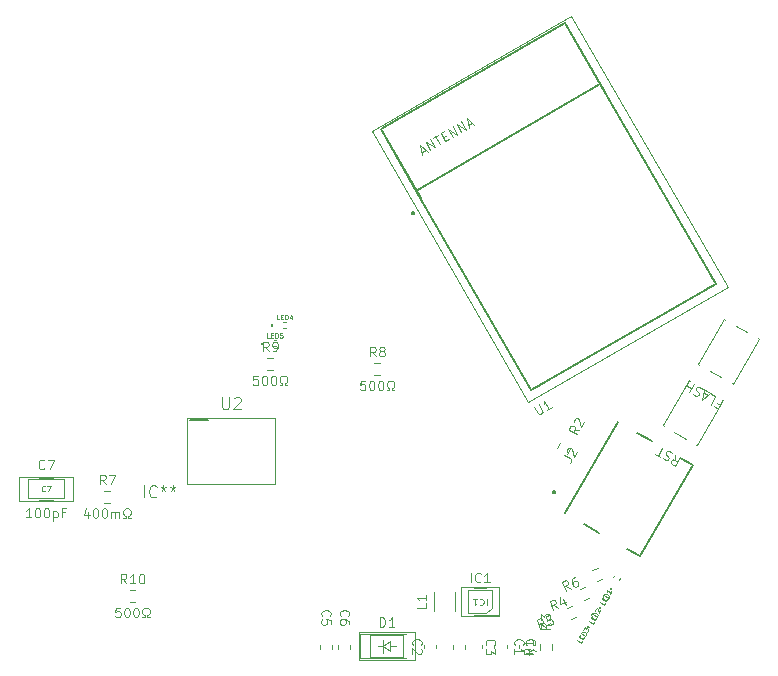
<source format=gbr>
%TF.GenerationSoftware,Flux,Pcbnew,7.0.11-7.0.11~ubuntu20.04.1*%
%TF.CreationDate,2024-08-16T09:23:18+00:00*%
%TF.ProjectId,input,696e7075-742e-46b6-9963-61645f706362,rev?*%
%TF.SameCoordinates,Original*%
%TF.FileFunction,Legend,Top*%
%TF.FilePolarity,Positive*%
%FSLAX46Y46*%
G04 Gerber Fmt 4.6, Leading zero omitted, Abs format (unit mm)*
G04 Filename: betterflipperzero*
G04 Build it with Flux! Visit our site at: https://www.flux.ai (PCBNEW 7.0.11-7.0.11~ubuntu20.04.1) date 2024-08-16 09:23:18*
%MOMM*%
%LPD*%
G01*
G04 APERTURE LIST*
%ADD10C,0.095000*%
%ADD11C,0.047500*%
%ADD12C,0.066500*%
%ADD13C,0.120650*%
%ADD14C,0.057000*%
%ADD15C,0.120000*%
%ADD16C,0.100000*%
%ADD17C,0.050000*%
%ADD18C,0.200000*%
%ADD19C,0.127000*%
G04 APERTURE END LIST*
D10*
X32990532Y-17616467D02*
X32952437Y-17578371D01*
X32952437Y-17578371D02*
X32914341Y-17464086D01*
X32914341Y-17464086D02*
X32914341Y-17387895D01*
X32914341Y-17387895D02*
X32952437Y-17273609D01*
X32952437Y-17273609D02*
X33028627Y-17197419D01*
X33028627Y-17197419D02*
X33104817Y-17159324D01*
X33104817Y-17159324D02*
X33257198Y-17121228D01*
X33257198Y-17121228D02*
X33371484Y-17121228D01*
X33371484Y-17121228D02*
X33523865Y-17159324D01*
X33523865Y-17159324D02*
X33600056Y-17197419D01*
X33600056Y-17197419D02*
X33676246Y-17273609D01*
X33676246Y-17273609D02*
X33714341Y-17387895D01*
X33714341Y-17387895D02*
X33714341Y-17464086D01*
X33714341Y-17464086D02*
X33676246Y-17578371D01*
X33676246Y-17578371D02*
X33638151Y-17616467D01*
X33714341Y-18302181D02*
X33714341Y-18149800D01*
X33714341Y-18149800D02*
X33676246Y-18073609D01*
X33676246Y-18073609D02*
X33638151Y-18035514D01*
X33638151Y-18035514D02*
X33523865Y-17959324D01*
X33523865Y-17959324D02*
X33371484Y-17921228D01*
X33371484Y-17921228D02*
X33066722Y-17921228D01*
X33066722Y-17921228D02*
X32990532Y-17959324D01*
X32990532Y-17959324D02*
X32952437Y-17997419D01*
X32952437Y-17997419D02*
X32914341Y-18073609D01*
X32914341Y-18073609D02*
X32914341Y-18225990D01*
X32914341Y-18225990D02*
X32952437Y-18302181D01*
X32952437Y-18302181D02*
X32990532Y-18340276D01*
X32990532Y-18340276D02*
X33066722Y-18378371D01*
X33066722Y-18378371D02*
X33257198Y-18378371D01*
X33257198Y-18378371D02*
X33333389Y-18340276D01*
X33333389Y-18340276D02*
X33371484Y-18302181D01*
X33371484Y-18302181D02*
X33409579Y-18225990D01*
X33409579Y-18225990D02*
X33409579Y-18073609D01*
X33409579Y-18073609D02*
X33371484Y-17997419D01*
X33371484Y-17997419D02*
X33333389Y-17959324D01*
X33333389Y-17959324D02*
X33257198Y-17921228D01*
X45342435Y-20116464D02*
X45304340Y-20078368D01*
X45304340Y-20078368D02*
X45266244Y-19964083D01*
X45266244Y-19964083D02*
X45266244Y-19887892D01*
X45266244Y-19887892D02*
X45304340Y-19773606D01*
X45304340Y-19773606D02*
X45380530Y-19697416D01*
X45380530Y-19697416D02*
X45456720Y-19659321D01*
X45456720Y-19659321D02*
X45609101Y-19621225D01*
X45609101Y-19621225D02*
X45723387Y-19621225D01*
X45723387Y-19621225D02*
X45875768Y-19659321D01*
X45875768Y-19659321D02*
X45951959Y-19697416D01*
X45951959Y-19697416D02*
X46028149Y-19773606D01*
X46028149Y-19773606D02*
X46066244Y-19887892D01*
X46066244Y-19887892D02*
X46066244Y-19964083D01*
X46066244Y-19964083D02*
X46028149Y-20078368D01*
X46028149Y-20078368D02*
X45990054Y-20116464D01*
X46066244Y-20383130D02*
X46066244Y-20878368D01*
X46066244Y-20878368D02*
X45761482Y-20611702D01*
X45761482Y-20611702D02*
X45761482Y-20725987D01*
X45761482Y-20725987D02*
X45723387Y-20802178D01*
X45723387Y-20802178D02*
X45685292Y-20840273D01*
X45685292Y-20840273D02*
X45609101Y-20878368D01*
X45609101Y-20878368D02*
X45418625Y-20878368D01*
X45418625Y-20878368D02*
X45342435Y-20840273D01*
X45342435Y-20840273D02*
X45304340Y-20802178D01*
X45304340Y-20802178D02*
X45266244Y-20725987D01*
X45266244Y-20725987D02*
X45266244Y-20497416D01*
X45266244Y-20497416D02*
X45304340Y-20421225D01*
X45304340Y-20421225D02*
X45342435Y-20383130D01*
X49314455Y-20404037D02*
X48933502Y-20670704D01*
X49314455Y-20861180D02*
X48514455Y-20861180D01*
X48514455Y-20861180D02*
X48514455Y-20556418D01*
X48514455Y-20556418D02*
X48552550Y-20480228D01*
X48552550Y-20480228D02*
X48590645Y-20442133D01*
X48590645Y-20442133D02*
X48666836Y-20404037D01*
X48666836Y-20404037D02*
X48781121Y-20404037D01*
X48781121Y-20404037D02*
X48857312Y-20442133D01*
X48857312Y-20442133D02*
X48895407Y-20480228D01*
X48895407Y-20480228D02*
X48933502Y-20556418D01*
X48933502Y-20556418D02*
X48933502Y-20861180D01*
X49314455Y-19642133D02*
X49314455Y-20099276D01*
X49314455Y-19870704D02*
X48514455Y-19870704D01*
X48514455Y-19870704D02*
X48628740Y-19946895D01*
X48628740Y-19946895D02*
X48704931Y-20023085D01*
X48704931Y-20023085D02*
X48743026Y-20099276D01*
X53218162Y-1843788D02*
X52754914Y-1884252D01*
X52989590Y-2239685D02*
X52296770Y-1839685D01*
X52296770Y-1839685D02*
X52449151Y-1575754D01*
X52449151Y-1575754D02*
X52520238Y-1528818D01*
X52520238Y-1528818D02*
X52572277Y-1514875D01*
X52572277Y-1514875D02*
X52657307Y-1519978D01*
X52657307Y-1519978D02*
X52756282Y-1577121D01*
X52756282Y-1577121D02*
X52803217Y-1648208D01*
X52803217Y-1648208D02*
X52817161Y-1700247D01*
X52817161Y-1700247D02*
X52812057Y-1785277D01*
X52812057Y-1785277D02*
X52659676Y-2049209D01*
X52743705Y-1217952D02*
X52729761Y-1165912D01*
X52729761Y-1165912D02*
X52734865Y-1080882D01*
X52734865Y-1080882D02*
X52830103Y-915925D01*
X52830103Y-915925D02*
X52901190Y-868989D01*
X52901190Y-868989D02*
X52953229Y-855046D01*
X52953229Y-855046D02*
X53038260Y-860149D01*
X53038260Y-860149D02*
X53104242Y-898245D01*
X53104242Y-898245D02*
X53184169Y-988379D01*
X53184169Y-988379D02*
X53351495Y-1612848D01*
X53351495Y-1612848D02*
X53599114Y-1183959D01*
X36324324Y-18531155D02*
X36324324Y-17731155D01*
X36324324Y-17731155D02*
X36514800Y-17731155D01*
X36514800Y-17731155D02*
X36629086Y-17769250D01*
X36629086Y-17769250D02*
X36705276Y-17845440D01*
X36705276Y-17845440D02*
X36743371Y-17921631D01*
X36743371Y-17921631D02*
X36781467Y-18074012D01*
X36781467Y-18074012D02*
X36781467Y-18188298D01*
X36781467Y-18188298D02*
X36743371Y-18340679D01*
X36743371Y-18340679D02*
X36705276Y-18416869D01*
X36705276Y-18416869D02*
X36629086Y-18493060D01*
X36629086Y-18493060D02*
X36514800Y-18531155D01*
X36514800Y-18531155D02*
X36324324Y-18531155D01*
X37543371Y-18531155D02*
X37086228Y-18531155D01*
X37314800Y-18531155D02*
X37314800Y-17731155D01*
X37314800Y-17731155D02*
X37238609Y-17845440D01*
X37238609Y-17845440D02*
X37162419Y-17921631D01*
X37162419Y-17921631D02*
X37086228Y-17959726D01*
X36324324Y-18531155D02*
X36324324Y-17731155D01*
X36324324Y-17731155D02*
X36514800Y-17731155D01*
X36514800Y-17731155D02*
X36629086Y-17769250D01*
X36629086Y-17769250D02*
X36705276Y-17845440D01*
X36705276Y-17845440D02*
X36743371Y-17921631D01*
X36743371Y-17921631D02*
X36781467Y-18074012D01*
X36781467Y-18074012D02*
X36781467Y-18188298D01*
X36781467Y-18188298D02*
X36743371Y-18340679D01*
X36743371Y-18340679D02*
X36705276Y-18416869D01*
X36705276Y-18416869D02*
X36629086Y-18493060D01*
X36629086Y-18493060D02*
X36514800Y-18531155D01*
X36514800Y-18531155D02*
X36324324Y-18531155D01*
X37543371Y-18531155D02*
X37086228Y-18531155D01*
X37314800Y-18531155D02*
X37314800Y-17731155D01*
X37314800Y-17731155D02*
X37238609Y-17845440D01*
X37238609Y-17845440D02*
X37162419Y-17921631D01*
X37162419Y-17921631D02*
X37086228Y-17959726D01*
X40244555Y-16537340D02*
X40244555Y-16918292D01*
X40244555Y-16918292D02*
X39444555Y-16918292D01*
X40244555Y-15851626D02*
X40244555Y-16308769D01*
X40244555Y-16080197D02*
X39444555Y-16080197D01*
X39444555Y-16080197D02*
X39558840Y-16156388D01*
X39558840Y-16156388D02*
X39635031Y-16232578D01*
X39635031Y-16232578D02*
X39673126Y-16308769D01*
D11*
X55369811Y-16502788D02*
X55274573Y-16667746D01*
X55274573Y-16667746D02*
X54928163Y-16467746D01*
X55255025Y-16282556D02*
X55321692Y-16167086D01*
X55531716Y-16222361D02*
X55436478Y-16387318D01*
X55436478Y-16387318D02*
X55090068Y-16187318D01*
X55090068Y-16187318D02*
X55185306Y-16022361D01*
X55617430Y-16073899D02*
X55271020Y-15873899D01*
X55271020Y-15873899D02*
X55318639Y-15791420D01*
X55318639Y-15791420D02*
X55363706Y-15751457D01*
X55363706Y-15751457D02*
X55415746Y-15737513D01*
X55415746Y-15737513D02*
X55458261Y-15740065D01*
X55458261Y-15740065D02*
X55533767Y-15761665D01*
X55533767Y-15761665D02*
X55583255Y-15790236D01*
X55583255Y-15790236D02*
X55639714Y-15844827D01*
X55639714Y-15844827D02*
X55663181Y-15880370D01*
X55663181Y-15880370D02*
X55677125Y-15932410D01*
X55677125Y-15932410D02*
X55665049Y-15991420D01*
X55665049Y-15991420D02*
X55617430Y-16073899D01*
X55922192Y-15546036D02*
X55807907Y-15743985D01*
X55865049Y-15645010D02*
X55518639Y-15445010D01*
X55518639Y-15445010D02*
X55549079Y-15506573D01*
X55549079Y-15506573D02*
X55563023Y-15558612D01*
X55563023Y-15558612D02*
X55560471Y-15601128D01*
D10*
X48753135Y-20087362D02*
X48715040Y-20049266D01*
X48715040Y-20049266D02*
X48676944Y-19934981D01*
X48676944Y-19934981D02*
X48676944Y-19858790D01*
X48676944Y-19858790D02*
X48715040Y-19744504D01*
X48715040Y-19744504D02*
X48791230Y-19668314D01*
X48791230Y-19668314D02*
X48867420Y-19630219D01*
X48867420Y-19630219D02*
X49019801Y-19592123D01*
X49019801Y-19592123D02*
X49134087Y-19592123D01*
X49134087Y-19592123D02*
X49286468Y-19630219D01*
X49286468Y-19630219D02*
X49362659Y-19668314D01*
X49362659Y-19668314D02*
X49438849Y-19744504D01*
X49438849Y-19744504D02*
X49476944Y-19858790D01*
X49476944Y-19858790D02*
X49476944Y-19934981D01*
X49476944Y-19934981D02*
X49438849Y-20049266D01*
X49438849Y-20049266D02*
X49400754Y-20087362D01*
X49210278Y-20773076D02*
X48676944Y-20773076D01*
X49515040Y-20582600D02*
X48943611Y-20392123D01*
X48943611Y-20392123D02*
X48943611Y-20887362D01*
D11*
X54440911Y-18108388D02*
X54345673Y-18273346D01*
X54345673Y-18273346D02*
X53999263Y-18073346D01*
X54326125Y-17888156D02*
X54392792Y-17772686D01*
X54602816Y-17827961D02*
X54507578Y-17992918D01*
X54507578Y-17992918D02*
X54161168Y-17792918D01*
X54161168Y-17792918D02*
X54256406Y-17627961D01*
X54688530Y-17679499D02*
X54342120Y-17479499D01*
X54342120Y-17479499D02*
X54389739Y-17397020D01*
X54389739Y-17397020D02*
X54434806Y-17357057D01*
X54434806Y-17357057D02*
X54486846Y-17343113D01*
X54486846Y-17343113D02*
X54529361Y-17345665D01*
X54529361Y-17345665D02*
X54604867Y-17367265D01*
X54604867Y-17367265D02*
X54654355Y-17395836D01*
X54654355Y-17395836D02*
X54710814Y-17450427D01*
X54710814Y-17450427D02*
X54734281Y-17485970D01*
X54734281Y-17485970D02*
X54748225Y-17538010D01*
X54748225Y-17538010D02*
X54736149Y-17597020D01*
X54736149Y-17597020D02*
X54688530Y-17679499D01*
X54565588Y-17168632D02*
X54558616Y-17142613D01*
X54558616Y-17142613D02*
X54561168Y-17100097D01*
X54561168Y-17100097D02*
X54608787Y-17017619D01*
X54608787Y-17017619D02*
X54644330Y-16994151D01*
X54644330Y-16994151D02*
X54670350Y-16987179D01*
X54670350Y-16987179D02*
X54712865Y-16989731D01*
X54712865Y-16989731D02*
X54745856Y-17008779D01*
X54745856Y-17008779D02*
X54785820Y-17053846D01*
X54785820Y-17053846D02*
X54869483Y-17366080D01*
X54869483Y-17366080D02*
X54993292Y-17151636D01*
D10*
X50303339Y-18532094D02*
X49922461Y-18265321D01*
X49873765Y-18688446D02*
X49600149Y-17936692D01*
X49600149Y-17936692D02*
X49886532Y-17832457D01*
X49886532Y-17832457D02*
X49971157Y-17842196D01*
X49971157Y-17842196D02*
X50019984Y-17864965D01*
X50019984Y-17864965D02*
X50081840Y-17923531D01*
X50081840Y-17923531D02*
X50120928Y-18030924D01*
X50120928Y-18030924D02*
X50111189Y-18115549D01*
X50111189Y-18115549D02*
X50088421Y-18164376D01*
X50088421Y-18164376D02*
X50029854Y-18226233D01*
X50029854Y-18226233D02*
X49743472Y-18330468D01*
X50709881Y-17532782D02*
X50351903Y-17663076D01*
X50351903Y-17663076D02*
X50446399Y-18034083D01*
X50446399Y-18034083D02*
X50469167Y-17985256D01*
X50469167Y-17985256D02*
X50527734Y-17923399D01*
X50527734Y-17923399D02*
X50706723Y-17858253D01*
X50706723Y-17858253D02*
X50791348Y-17867992D01*
X50791348Y-17867992D02*
X50840175Y-17890760D01*
X50840175Y-17890760D02*
X50902031Y-17949327D01*
X50902031Y-17949327D02*
X50967178Y-18128316D01*
X50967178Y-18128316D02*
X50957439Y-18212941D01*
X50957439Y-18212941D02*
X50934670Y-18261768D01*
X50934670Y-18261768D02*
X50876104Y-18323624D01*
X50876104Y-18323624D02*
X50697115Y-18388771D01*
X50697115Y-18388771D02*
X50612490Y-18379032D01*
X50612490Y-18379032D02*
X50563663Y-18356263D01*
X31440532Y-17616467D02*
X31402437Y-17578371D01*
X31402437Y-17578371D02*
X31364341Y-17464086D01*
X31364341Y-17464086D02*
X31364341Y-17387895D01*
X31364341Y-17387895D02*
X31402437Y-17273609D01*
X31402437Y-17273609D02*
X31478627Y-17197419D01*
X31478627Y-17197419D02*
X31554817Y-17159324D01*
X31554817Y-17159324D02*
X31707198Y-17121228D01*
X31707198Y-17121228D02*
X31821484Y-17121228D01*
X31821484Y-17121228D02*
X31973865Y-17159324D01*
X31973865Y-17159324D02*
X32050056Y-17197419D01*
X32050056Y-17197419D02*
X32126246Y-17273609D01*
X32126246Y-17273609D02*
X32164341Y-17387895D01*
X32164341Y-17387895D02*
X32164341Y-17464086D01*
X32164341Y-17464086D02*
X32126246Y-17578371D01*
X32126246Y-17578371D02*
X32088151Y-17616467D01*
X32164341Y-18340276D02*
X32164341Y-17959324D01*
X32164341Y-17959324D02*
X31783389Y-17921228D01*
X31783389Y-17921228D02*
X31821484Y-17959324D01*
X31821484Y-17959324D02*
X31859579Y-18035514D01*
X31859579Y-18035514D02*
X31859579Y-18225990D01*
X31859579Y-18225990D02*
X31821484Y-18302181D01*
X31821484Y-18302181D02*
X31783389Y-18340276D01*
X31783389Y-18340276D02*
X31707198Y-18378371D01*
X31707198Y-18378371D02*
X31516722Y-18378371D01*
X31516722Y-18378371D02*
X31440532Y-18340276D01*
X31440532Y-18340276D02*
X31402437Y-18302181D01*
X31402437Y-18302181D02*
X31364341Y-18225990D01*
X31364341Y-18225990D02*
X31364341Y-18035514D01*
X31364341Y-18035514D02*
X31402437Y-17959324D01*
X31402437Y-17959324D02*
X31440532Y-17921228D01*
X51400739Y-16939994D02*
X51019861Y-16673221D01*
X50971165Y-17096346D02*
X50697549Y-16344592D01*
X50697549Y-16344592D02*
X50983932Y-16240357D01*
X50983932Y-16240357D02*
X51068557Y-16250096D01*
X51068557Y-16250096D02*
X51117384Y-16272865D01*
X51117384Y-16272865D02*
X51179240Y-16331431D01*
X51179240Y-16331431D02*
X51218328Y-16438824D01*
X51218328Y-16438824D02*
X51208589Y-16523449D01*
X51208589Y-16523449D02*
X51185821Y-16572276D01*
X51185821Y-16572276D02*
X51127254Y-16634133D01*
X51127254Y-16634133D02*
X50840872Y-16738368D01*
X51862689Y-16204296D02*
X52045100Y-16705466D01*
X51579465Y-15983060D02*
X51595916Y-16585174D01*
X51595916Y-16585174D02*
X52061288Y-16415793D01*
D12*
X45351866Y-16156991D02*
X45351866Y-16716991D01*
X44765199Y-16210324D02*
X44791866Y-16183658D01*
X44791866Y-16183658D02*
X44871866Y-16156991D01*
X44871866Y-16156991D02*
X44925199Y-16156991D01*
X44925199Y-16156991D02*
X45005199Y-16183658D01*
X45005199Y-16183658D02*
X45058533Y-16236991D01*
X45058533Y-16236991D02*
X45085199Y-16290324D01*
X45085199Y-16290324D02*
X45111866Y-16396991D01*
X45111866Y-16396991D02*
X45111866Y-16476991D01*
X45111866Y-16476991D02*
X45085199Y-16583658D01*
X45085199Y-16583658D02*
X45058533Y-16636991D01*
X45058533Y-16636991D02*
X45005199Y-16690324D01*
X45005199Y-16690324D02*
X44925199Y-16716991D01*
X44925199Y-16716991D02*
X44871866Y-16716991D01*
X44871866Y-16716991D02*
X44791866Y-16690324D01*
X44791866Y-16690324D02*
X44765199Y-16663658D01*
X44231866Y-16156991D02*
X44551866Y-16156991D01*
X44391866Y-16156991D02*
X44391866Y-16716991D01*
X44391866Y-16716991D02*
X44445199Y-16636991D01*
X44445199Y-16636991D02*
X44498533Y-16583658D01*
X44498533Y-16583658D02*
X44551866Y-16556991D01*
D10*
X44024253Y-14777755D02*
X44024253Y-13977755D01*
X44862348Y-14701564D02*
X44824252Y-14739660D01*
X44824252Y-14739660D02*
X44709967Y-14777755D01*
X44709967Y-14777755D02*
X44633776Y-14777755D01*
X44633776Y-14777755D02*
X44519490Y-14739660D01*
X44519490Y-14739660D02*
X44443300Y-14663469D01*
X44443300Y-14663469D02*
X44405205Y-14587279D01*
X44405205Y-14587279D02*
X44367109Y-14434898D01*
X44367109Y-14434898D02*
X44367109Y-14320612D01*
X44367109Y-14320612D02*
X44405205Y-14168231D01*
X44405205Y-14168231D02*
X44443300Y-14092040D01*
X44443300Y-14092040D02*
X44519490Y-14015850D01*
X44519490Y-14015850D02*
X44633776Y-13977755D01*
X44633776Y-13977755D02*
X44709967Y-13977755D01*
X44709967Y-13977755D02*
X44824252Y-14015850D01*
X44824252Y-14015850D02*
X44862348Y-14053945D01*
X45624252Y-14777755D02*
X45167109Y-14777755D01*
X45395681Y-14777755D02*
X45395681Y-13977755D01*
X45395681Y-13977755D02*
X45319490Y-14092040D01*
X45319490Y-14092040D02*
X45243300Y-14168231D01*
X45243300Y-14168231D02*
X45167109Y-14206326D01*
X52466639Y-15315094D02*
X52085761Y-15048321D01*
X52037065Y-15471446D02*
X51763449Y-14719692D01*
X51763449Y-14719692D02*
X52049832Y-14615457D01*
X52049832Y-14615457D02*
X52134457Y-14625196D01*
X52134457Y-14625196D02*
X52183284Y-14647965D01*
X52183284Y-14647965D02*
X52245140Y-14706531D01*
X52245140Y-14706531D02*
X52284228Y-14813924D01*
X52284228Y-14813924D02*
X52274489Y-14898549D01*
X52274489Y-14898549D02*
X52251721Y-14947376D01*
X52251721Y-14947376D02*
X52193154Y-15009233D01*
X52193154Y-15009233D02*
X51906772Y-15113468D01*
X52837383Y-14328812D02*
X52694192Y-14380929D01*
X52694192Y-14380929D02*
X52635626Y-14442785D01*
X52635626Y-14442785D02*
X52612857Y-14491613D01*
X52612857Y-14491613D02*
X52580350Y-14625065D01*
X52580350Y-14625065D02*
X52596669Y-14781285D01*
X52596669Y-14781285D02*
X52700904Y-15067668D01*
X52700904Y-15067668D02*
X52762761Y-15126234D01*
X52762761Y-15126234D02*
X52811588Y-15149003D01*
X52811588Y-15149003D02*
X52896213Y-15158742D01*
X52896213Y-15158742D02*
X53039404Y-15106624D01*
X53039404Y-15106624D02*
X53097970Y-15044768D01*
X53097970Y-15044768D02*
X53120739Y-14995941D01*
X53120739Y-14995941D02*
X53130478Y-14911316D01*
X53130478Y-14911316D02*
X53065331Y-14732327D01*
X53065331Y-14732327D02*
X53003475Y-14673760D01*
X53003475Y-14673760D02*
X52954648Y-14650992D01*
X52954648Y-14650992D02*
X52870023Y-14641253D01*
X52870023Y-14641253D02*
X52726831Y-14693370D01*
X52726831Y-14693370D02*
X52668265Y-14755227D01*
X52668265Y-14755227D02*
X52645497Y-14804054D01*
X52645497Y-14804054D02*
X52635757Y-14888679D01*
X51910563Y-3993734D02*
X52405434Y-4279448D01*
X52405434Y-4279448D02*
X52485361Y-4369583D01*
X52485361Y-4369583D02*
X52513249Y-4473661D01*
X52513249Y-4473661D02*
X52489097Y-4591683D01*
X52489097Y-4591683D02*
X52451002Y-4657666D01*
X52147974Y-3734906D02*
X52134030Y-3682867D01*
X52134030Y-3682867D02*
X52139134Y-3597836D01*
X52139134Y-3597836D02*
X52234372Y-3432879D01*
X52234372Y-3432879D02*
X52305459Y-3385944D01*
X52305459Y-3385944D02*
X52357498Y-3372000D01*
X52357498Y-3372000D02*
X52442529Y-3377104D01*
X52442529Y-3377104D02*
X52508511Y-3415199D01*
X52508511Y-3415199D02*
X52588438Y-3505334D01*
X52588438Y-3505334D02*
X52755764Y-4129802D01*
X52755764Y-4129802D02*
X53003383Y-3700913D01*
X64870858Y401425D02*
X65101798Y268092D01*
X65311322Y630998D02*
X64911322Y-61822D01*
X64911322Y-61822D02*
X64581407Y128654D01*
X64387562Y1164331D02*
X64717476Y973855D01*
X64717476Y973855D02*
X64317476Y281034D01*
X64075327Y1080668D02*
X63745413Y1271144D01*
X64255596Y1240521D02*
X63624656Y681034D01*
X63624656Y681034D02*
X63793716Y1507188D01*
X63576720Y1588482D02*
X63496793Y1678617D01*
X63496793Y1678617D02*
X63331836Y1773855D01*
X63331836Y1773855D02*
X63246805Y1778958D01*
X63246805Y1778958D02*
X63194766Y1765015D01*
X63194766Y1765015D02*
X63123679Y1718079D01*
X63123679Y1718079D02*
X63085584Y1652096D01*
X63085584Y1652096D02*
X63080480Y1567066D01*
X63080480Y1567066D02*
X63094424Y1515027D01*
X63094424Y1515027D02*
X63141359Y1443940D01*
X63141359Y1443940D02*
X63254278Y1334758D01*
X63254278Y1334758D02*
X63301213Y1263672D01*
X63301213Y1263672D02*
X63315157Y1211633D01*
X63315157Y1211633D02*
X63310053Y1126602D01*
X63310053Y1126602D02*
X63271958Y1060619D01*
X63271958Y1060619D02*
X63200871Y1013684D01*
X63200871Y1013684D02*
X63148832Y999740D01*
X63148832Y999740D02*
X63063801Y1004844D01*
X63063801Y1004844D02*
X62898844Y1100082D01*
X62898844Y1100082D02*
X62818918Y1190216D01*
X62902947Y2021474D02*
X62502947Y1328653D01*
X62693423Y1658568D02*
X62297526Y1887139D01*
X62507049Y2250045D02*
X62107049Y1557225D01*
X50751547Y-18233132D02*
X50370594Y-18499799D01*
X50751547Y-18690275D02*
X49951547Y-18690275D01*
X49951547Y-18690275D02*
X49951547Y-18385513D01*
X49951547Y-18385513D02*
X49989642Y-18309323D01*
X49989642Y-18309323D02*
X50027737Y-18271228D01*
X50027737Y-18271228D02*
X50103928Y-18233132D01*
X50103928Y-18233132D02*
X50218213Y-18233132D01*
X50218213Y-18233132D02*
X50294404Y-18271228D01*
X50294404Y-18271228D02*
X50332499Y-18309323D01*
X50332499Y-18309323D02*
X50370594Y-18385513D01*
X50370594Y-18385513D02*
X50370594Y-18690275D01*
X49951547Y-17966466D02*
X49951547Y-17471228D01*
X49951547Y-17471228D02*
X50256309Y-17737894D01*
X50256309Y-17737894D02*
X50256309Y-17623609D01*
X50256309Y-17623609D02*
X50294404Y-17547418D01*
X50294404Y-17547418D02*
X50332499Y-17509323D01*
X50332499Y-17509323D02*
X50408690Y-17471228D01*
X50408690Y-17471228D02*
X50599166Y-17471228D01*
X50599166Y-17471228D02*
X50675356Y-17509323D01*
X50675356Y-17509323D02*
X50713452Y-17547418D01*
X50713452Y-17547418D02*
X50751547Y-17623609D01*
X50751547Y-17623609D02*
X50751547Y-17852180D01*
X50751547Y-17852180D02*
X50713452Y-17928371D01*
X50713452Y-17928371D02*
X50675356Y-17966466D01*
X61300087Y-3972625D02*
X61340551Y-4435873D01*
X61695985Y-4201197D02*
X61295985Y-4894017D01*
X61295985Y-4894017D02*
X61032053Y-4741636D01*
X61032053Y-4741636D02*
X60985118Y-4670549D01*
X60985118Y-4670549D02*
X60971174Y-4618510D01*
X60971174Y-4618510D02*
X60976278Y-4533480D01*
X60976278Y-4533480D02*
X61033421Y-4434505D01*
X61033421Y-4434505D02*
X61104507Y-4387570D01*
X61104507Y-4387570D02*
X61156547Y-4373626D01*
X61156547Y-4373626D02*
X61241577Y-4378730D01*
X61241577Y-4378730D02*
X61505509Y-4531111D01*
X61017108Y-3853236D02*
X60937182Y-3763101D01*
X60937182Y-3763101D02*
X60772224Y-3667863D01*
X60772224Y-3667863D02*
X60687194Y-3662760D01*
X60687194Y-3662760D02*
X60635155Y-3676703D01*
X60635155Y-3676703D02*
X60564068Y-3723639D01*
X60564068Y-3723639D02*
X60525973Y-3789622D01*
X60525973Y-3789622D02*
X60520869Y-3874652D01*
X60520869Y-3874652D02*
X60534813Y-3926691D01*
X60534813Y-3926691D02*
X60581748Y-3997778D01*
X60581748Y-3997778D02*
X60694666Y-4106960D01*
X60694666Y-4106960D02*
X60741602Y-4178046D01*
X60741602Y-4178046D02*
X60755545Y-4230085D01*
X60755545Y-4230085D02*
X60750442Y-4315116D01*
X60750442Y-4315116D02*
X60712346Y-4381099D01*
X60712346Y-4381099D02*
X60641260Y-4428034D01*
X60641260Y-4428034D02*
X60589221Y-4441978D01*
X60589221Y-4441978D02*
X60504190Y-4436874D01*
X60504190Y-4436874D02*
X60339233Y-4341636D01*
X60339233Y-4341636D02*
X60259306Y-4251502D01*
X60042310Y-4170207D02*
X59646412Y-3941636D01*
X60244361Y-3363101D02*
X59844361Y-4055922D01*
X47767535Y-20087364D02*
X47729440Y-20049268D01*
X47729440Y-20049268D02*
X47691344Y-19934983D01*
X47691344Y-19934983D02*
X47691344Y-19858792D01*
X47691344Y-19858792D02*
X47729440Y-19744506D01*
X47729440Y-19744506D02*
X47805630Y-19668316D01*
X47805630Y-19668316D02*
X47881820Y-19630221D01*
X47881820Y-19630221D02*
X48034201Y-19592125D01*
X48034201Y-19592125D02*
X48148487Y-19592125D01*
X48148487Y-19592125D02*
X48300868Y-19630221D01*
X48300868Y-19630221D02*
X48377059Y-19668316D01*
X48377059Y-19668316D02*
X48453249Y-19744506D01*
X48453249Y-19744506D02*
X48491344Y-19858792D01*
X48491344Y-19858792D02*
X48491344Y-19934983D01*
X48491344Y-19934983D02*
X48453249Y-20049268D01*
X48453249Y-20049268D02*
X48415154Y-20087364D01*
X47691344Y-20849268D02*
X47691344Y-20392125D01*
X47691344Y-20620697D02*
X48491344Y-20620697D01*
X48491344Y-20620697D02*
X48377059Y-20544506D01*
X48377059Y-20544506D02*
X48300868Y-20468316D01*
X48300868Y-20468316D02*
X48262773Y-20392125D01*
X39144735Y-20087368D02*
X39106640Y-20049272D01*
X39106640Y-20049272D02*
X39068544Y-19934987D01*
X39068544Y-19934987D02*
X39068544Y-19858796D01*
X39068544Y-19858796D02*
X39106640Y-19744510D01*
X39106640Y-19744510D02*
X39182830Y-19668320D01*
X39182830Y-19668320D02*
X39259020Y-19630225D01*
X39259020Y-19630225D02*
X39411401Y-19592129D01*
X39411401Y-19592129D02*
X39525687Y-19592129D01*
X39525687Y-19592129D02*
X39678068Y-19630225D01*
X39678068Y-19630225D02*
X39754259Y-19668320D01*
X39754259Y-19668320D02*
X39830449Y-19744510D01*
X39830449Y-19744510D02*
X39868544Y-19858796D01*
X39868544Y-19858796D02*
X39868544Y-19934987D01*
X39868544Y-19934987D02*
X39830449Y-20049272D01*
X39830449Y-20049272D02*
X39792354Y-20087368D01*
X39792354Y-20392129D02*
X39830449Y-20430225D01*
X39830449Y-20430225D02*
X39868544Y-20506415D01*
X39868544Y-20506415D02*
X39868544Y-20696891D01*
X39868544Y-20696891D02*
X39830449Y-20773082D01*
X39830449Y-20773082D02*
X39792354Y-20811177D01*
X39792354Y-20811177D02*
X39716163Y-20849272D01*
X39716163Y-20849272D02*
X39639973Y-20849272D01*
X39639973Y-20849272D02*
X39525687Y-20811177D01*
X39525687Y-20811177D02*
X39068544Y-20354034D01*
X39068544Y-20354034D02*
X39068544Y-20849272D01*
D11*
X53464111Y-19713888D02*
X53368873Y-19878846D01*
X53368873Y-19878846D02*
X53022463Y-19678846D01*
X53349325Y-19493656D02*
X53415992Y-19378186D01*
X53626016Y-19433461D02*
X53530778Y-19598418D01*
X53530778Y-19598418D02*
X53184368Y-19398418D01*
X53184368Y-19398418D02*
X53279606Y-19233461D01*
X53711730Y-19284999D02*
X53365320Y-19084999D01*
X53365320Y-19084999D02*
X53412939Y-19002520D01*
X53412939Y-19002520D02*
X53458006Y-18962557D01*
X53458006Y-18962557D02*
X53510046Y-18948613D01*
X53510046Y-18948613D02*
X53552561Y-18951165D01*
X53552561Y-18951165D02*
X53628067Y-18972765D01*
X53628067Y-18972765D02*
X53677555Y-19001336D01*
X53677555Y-19001336D02*
X53734014Y-19055927D01*
X53734014Y-19055927D02*
X53757481Y-19091470D01*
X53757481Y-19091470D02*
X53771425Y-19143510D01*
X53771425Y-19143510D02*
X53759349Y-19202520D01*
X53759349Y-19202520D02*
X53711730Y-19284999D01*
X53546273Y-18771580D02*
X53670082Y-18557136D01*
X53670082Y-18557136D02*
X53735381Y-18748797D01*
X53735381Y-18748797D02*
X53763953Y-18699309D01*
X53763953Y-18699309D02*
X53799496Y-18675842D01*
X53799496Y-18675842D02*
X53825516Y-18668870D01*
X53825516Y-18668870D02*
X53868031Y-18671422D01*
X53868031Y-18671422D02*
X53950509Y-18719041D01*
X53950509Y-18719041D02*
X53973977Y-18754584D01*
X53973977Y-18754584D02*
X53980949Y-18780604D01*
X53980949Y-18780604D02*
X53978397Y-18823119D01*
X53978397Y-18823119D02*
X53921254Y-18922093D01*
X53921254Y-18922093D02*
X53885711Y-18945561D01*
X53885711Y-18945561D02*
X53859691Y-18952533D01*
D10*
X39861122Y21663774D02*
X40191036Y21854251D01*
X39909425Y21427731D02*
X39740365Y22253884D01*
X39740365Y22253884D02*
X40371305Y21694397D01*
X40602245Y21827730D02*
X40202245Y22520551D01*
X40202245Y22520551D02*
X40998142Y22056302D01*
X40998142Y22056302D02*
X40598142Y22749122D01*
X40829082Y22882455D02*
X41224979Y23111027D01*
X41427031Y22303921D02*
X41027031Y22996741D01*
X41646396Y22914446D02*
X41877336Y23047779D01*
X42185834Y22742016D02*
X41855920Y22551540D01*
X41855920Y22551540D02*
X41455920Y23244360D01*
X41455920Y23244360D02*
X41785834Y23434836D01*
X42482758Y22913445D02*
X42082758Y23606265D01*
X42082758Y23606265D02*
X42878655Y23142016D01*
X42878655Y23142016D02*
X42478655Y23834837D01*
X43208569Y23332492D02*
X42808569Y24025313D01*
X42808569Y24025313D02*
X43604466Y23561064D01*
X43604466Y23561064D02*
X43204466Y24253884D01*
X43787104Y23930441D02*
X44117018Y24120917D01*
X43835406Y23694397D02*
X43666346Y24520551D01*
X43666346Y24520551D02*
X44297287Y23961064D01*
X49365009Y97855D02*
X49688819Y-462998D01*
X49688819Y-462998D02*
X49759905Y-509934D01*
X49759905Y-509934D02*
X49811944Y-523877D01*
X49811944Y-523877D02*
X49896975Y-518774D01*
X49896975Y-518774D02*
X50028941Y-442583D01*
X50028941Y-442583D02*
X50075876Y-371496D01*
X50075876Y-371496D02*
X50089820Y-319457D01*
X50089820Y-319457D02*
X50084716Y-234427D01*
X50084716Y-234427D02*
X49760906Y326427D01*
X50853726Y33606D02*
X50457829Y-194964D01*
X50655778Y-80679D02*
X50255778Y612141D01*
X50255778Y612141D02*
X50246938Y475071D01*
X50246938Y475071D02*
X50219050Y370993D01*
X50219050Y370993D02*
X50172115Y299906D01*
D13*
X22956004Y900853D02*
X22956004Y78376D01*
X22956004Y78376D02*
X23004385Y-18385D01*
X23004385Y-18385D02*
X23052766Y-66766D01*
X23052766Y-66766D02*
X23149528Y-115146D01*
X23149528Y-115146D02*
X23343052Y-115146D01*
X23343052Y-115146D02*
X23439814Y-66766D01*
X23439814Y-66766D02*
X23488195Y-18385D01*
X23488195Y-18385D02*
X23536576Y78376D01*
X23536576Y78376D02*
X23536576Y900853D01*
X23972004Y804091D02*
X24020385Y852472D01*
X24020385Y852472D02*
X24117147Y900853D01*
X24117147Y900853D02*
X24359052Y900853D01*
X24359052Y900853D02*
X24455814Y852472D01*
X24455814Y852472D02*
X24504195Y804091D01*
X24504195Y804091D02*
X24552576Y707329D01*
X24552576Y707329D02*
X24552576Y610567D01*
X24552576Y610567D02*
X24504195Y465424D01*
X24504195Y465424D02*
X23923623Y-115146D01*
X23923623Y-115146D02*
X24552576Y-115146D01*
X16341704Y-7584746D02*
X16341704Y-6568746D01*
X17406086Y-7487985D02*
X17357705Y-7536366D01*
X17357705Y-7536366D02*
X17212562Y-7584746D01*
X17212562Y-7584746D02*
X17115800Y-7584746D01*
X17115800Y-7584746D02*
X16970657Y-7536366D01*
X16970657Y-7536366D02*
X16873895Y-7439604D01*
X16873895Y-7439604D02*
X16825514Y-7342842D01*
X16825514Y-7342842D02*
X16777133Y-7149318D01*
X16777133Y-7149318D02*
X16777133Y-7004175D01*
X16777133Y-7004175D02*
X16825514Y-6810651D01*
X16825514Y-6810651D02*
X16873895Y-6713889D01*
X16873895Y-6713889D02*
X16970657Y-6617127D01*
X16970657Y-6617127D02*
X17115800Y-6568746D01*
X17115800Y-6568746D02*
X17212562Y-6568746D01*
X17212562Y-6568746D02*
X17357705Y-6617127D01*
X17357705Y-6617127D02*
X17406086Y-6665508D01*
X17986657Y-6568746D02*
X17986657Y-6810651D01*
X17744752Y-6713889D02*
X17986657Y-6810651D01*
X17986657Y-6810651D02*
X18228562Y-6713889D01*
X17841514Y-7004175D02*
X17986657Y-6810651D01*
X17986657Y-6810651D02*
X18131800Y-7004175D01*
X18760752Y-6568746D02*
X18760752Y-6810651D01*
X18518847Y-6713889D02*
X18760752Y-6810651D01*
X18760752Y-6810651D02*
X19002657Y-6713889D01*
X18615609Y-7004175D02*
X18760752Y-6810651D01*
X18760752Y-6810651D02*
X18905895Y-7004175D01*
D10*
X11627699Y-8785721D02*
X11627699Y-9319055D01*
X11437223Y-8480960D02*
X11246746Y-9052388D01*
X11246746Y-9052388D02*
X11741985Y-9052388D01*
X12199128Y-8519055D02*
X12275318Y-8519055D01*
X12275318Y-8519055D02*
X12351509Y-8557150D01*
X12351509Y-8557150D02*
X12389604Y-8595245D01*
X12389604Y-8595245D02*
X12427699Y-8671436D01*
X12427699Y-8671436D02*
X12465794Y-8823817D01*
X12465794Y-8823817D02*
X12465794Y-9014293D01*
X12465794Y-9014293D02*
X12427699Y-9166674D01*
X12427699Y-9166674D02*
X12389604Y-9242864D01*
X12389604Y-9242864D02*
X12351509Y-9280960D01*
X12351509Y-9280960D02*
X12275318Y-9319055D01*
X12275318Y-9319055D02*
X12199128Y-9319055D01*
X12199128Y-9319055D02*
X12122937Y-9280960D01*
X12122937Y-9280960D02*
X12084842Y-9242864D01*
X12084842Y-9242864D02*
X12046747Y-9166674D01*
X12046747Y-9166674D02*
X12008651Y-9014293D01*
X12008651Y-9014293D02*
X12008651Y-8823817D01*
X12008651Y-8823817D02*
X12046747Y-8671436D01*
X12046747Y-8671436D02*
X12084842Y-8595245D01*
X12084842Y-8595245D02*
X12122937Y-8557150D01*
X12122937Y-8557150D02*
X12199128Y-8519055D01*
X12961033Y-8519055D02*
X13037223Y-8519055D01*
X13037223Y-8519055D02*
X13113414Y-8557150D01*
X13113414Y-8557150D02*
X13151509Y-8595245D01*
X13151509Y-8595245D02*
X13189604Y-8671436D01*
X13189604Y-8671436D02*
X13227699Y-8823817D01*
X13227699Y-8823817D02*
X13227699Y-9014293D01*
X13227699Y-9014293D02*
X13189604Y-9166674D01*
X13189604Y-9166674D02*
X13151509Y-9242864D01*
X13151509Y-9242864D02*
X13113414Y-9280960D01*
X13113414Y-9280960D02*
X13037223Y-9319055D01*
X13037223Y-9319055D02*
X12961033Y-9319055D01*
X12961033Y-9319055D02*
X12884842Y-9280960D01*
X12884842Y-9280960D02*
X12846747Y-9242864D01*
X12846747Y-9242864D02*
X12808652Y-9166674D01*
X12808652Y-9166674D02*
X12770556Y-9014293D01*
X12770556Y-9014293D02*
X12770556Y-8823817D01*
X12770556Y-8823817D02*
X12808652Y-8671436D01*
X12808652Y-8671436D02*
X12846747Y-8595245D01*
X12846747Y-8595245D02*
X12884842Y-8557150D01*
X12884842Y-8557150D02*
X12961033Y-8519055D01*
X13570557Y-9319055D02*
X13570557Y-8785721D01*
X13570557Y-8861912D02*
X13608652Y-8823817D01*
X13608652Y-8823817D02*
X13684842Y-8785721D01*
X13684842Y-8785721D02*
X13799128Y-8785721D01*
X13799128Y-8785721D02*
X13875319Y-8823817D01*
X13875319Y-8823817D02*
X13913414Y-8900007D01*
X13913414Y-8900007D02*
X13913414Y-9319055D01*
X13913414Y-8900007D02*
X13951509Y-8823817D01*
X13951509Y-8823817D02*
X14027700Y-8785721D01*
X14027700Y-8785721D02*
X14141985Y-8785721D01*
X14141985Y-8785721D02*
X14218176Y-8823817D01*
X14218176Y-8823817D02*
X14256271Y-8900007D01*
X14256271Y-8900007D02*
X14256271Y-9319055D01*
X14599128Y-9319055D02*
X14789605Y-9319055D01*
X14789605Y-9319055D02*
X14789605Y-9166674D01*
X14789605Y-9166674D02*
X14713414Y-9128579D01*
X14713414Y-9128579D02*
X14637224Y-9052388D01*
X14637224Y-9052388D02*
X14599128Y-8938102D01*
X14599128Y-8938102D02*
X14599128Y-8747626D01*
X14599128Y-8747626D02*
X14637224Y-8633340D01*
X14637224Y-8633340D02*
X14713414Y-8557150D01*
X14713414Y-8557150D02*
X14827700Y-8519055D01*
X14827700Y-8519055D02*
X14980081Y-8519055D01*
X14980081Y-8519055D02*
X15094367Y-8557150D01*
X15094367Y-8557150D02*
X15170557Y-8633340D01*
X15170557Y-8633340D02*
X15208652Y-8747626D01*
X15208652Y-8747626D02*
X15208652Y-8938102D01*
X15208652Y-8938102D02*
X15170557Y-9052388D01*
X15170557Y-9052388D02*
X15094367Y-9128579D01*
X15094367Y-9128579D02*
X15018176Y-9166674D01*
X15018176Y-9166674D02*
X15018176Y-9319055D01*
X15018176Y-9319055D02*
X15208652Y-9319055D01*
X13094367Y-6459055D02*
X12827700Y-6078102D01*
X12637224Y-6459055D02*
X12637224Y-5659055D01*
X12637224Y-5659055D02*
X12941986Y-5659055D01*
X12941986Y-5659055D02*
X13018176Y-5697150D01*
X13018176Y-5697150D02*
X13056271Y-5735245D01*
X13056271Y-5735245D02*
X13094367Y-5811436D01*
X13094367Y-5811436D02*
X13094367Y-5925721D01*
X13094367Y-5925721D02*
X13056271Y-6001912D01*
X13056271Y-6001912D02*
X13018176Y-6040007D01*
X13018176Y-6040007D02*
X12941986Y-6078102D01*
X12941986Y-6078102D02*
X12637224Y-6078102D01*
X13361033Y-5659055D02*
X13894367Y-5659055D01*
X13894367Y-5659055D02*
X13551509Y-6459055D01*
D14*
X7969700Y-7038178D02*
X7946843Y-7061036D01*
X7946843Y-7061036D02*
X7878271Y-7083893D01*
X7878271Y-7083893D02*
X7832557Y-7083893D01*
X7832557Y-7083893D02*
X7763986Y-7061036D01*
X7763986Y-7061036D02*
X7718271Y-7015321D01*
X7718271Y-7015321D02*
X7695414Y-6969607D01*
X7695414Y-6969607D02*
X7672557Y-6878178D01*
X7672557Y-6878178D02*
X7672557Y-6809607D01*
X7672557Y-6809607D02*
X7695414Y-6718178D01*
X7695414Y-6718178D02*
X7718271Y-6672464D01*
X7718271Y-6672464D02*
X7763986Y-6626750D01*
X7763986Y-6626750D02*
X7832557Y-6603893D01*
X7832557Y-6603893D02*
X7878271Y-6603893D01*
X7878271Y-6603893D02*
X7946843Y-6626750D01*
X7946843Y-6626750D02*
X7969700Y-6649607D01*
X8129700Y-6603893D02*
X8449700Y-6603893D01*
X8449700Y-6603893D02*
X8243986Y-7083893D01*
D10*
X6811604Y-9279955D02*
X6354461Y-9279955D01*
X6583033Y-9279955D02*
X6583033Y-8479955D01*
X6583033Y-8479955D02*
X6506842Y-8594240D01*
X6506842Y-8594240D02*
X6430652Y-8670431D01*
X6430652Y-8670431D02*
X6354461Y-8708526D01*
X7306843Y-8479955D02*
X7383033Y-8479955D01*
X7383033Y-8479955D02*
X7459224Y-8518050D01*
X7459224Y-8518050D02*
X7497319Y-8556145D01*
X7497319Y-8556145D02*
X7535414Y-8632336D01*
X7535414Y-8632336D02*
X7573509Y-8784717D01*
X7573509Y-8784717D02*
X7573509Y-8975193D01*
X7573509Y-8975193D02*
X7535414Y-9127574D01*
X7535414Y-9127574D02*
X7497319Y-9203764D01*
X7497319Y-9203764D02*
X7459224Y-9241860D01*
X7459224Y-9241860D02*
X7383033Y-9279955D01*
X7383033Y-9279955D02*
X7306843Y-9279955D01*
X7306843Y-9279955D02*
X7230652Y-9241860D01*
X7230652Y-9241860D02*
X7192557Y-9203764D01*
X7192557Y-9203764D02*
X7154462Y-9127574D01*
X7154462Y-9127574D02*
X7116366Y-8975193D01*
X7116366Y-8975193D02*
X7116366Y-8784717D01*
X7116366Y-8784717D02*
X7154462Y-8632336D01*
X7154462Y-8632336D02*
X7192557Y-8556145D01*
X7192557Y-8556145D02*
X7230652Y-8518050D01*
X7230652Y-8518050D02*
X7306843Y-8479955D01*
X8068748Y-8479955D02*
X8144938Y-8479955D01*
X8144938Y-8479955D02*
X8221129Y-8518050D01*
X8221129Y-8518050D02*
X8259224Y-8556145D01*
X8259224Y-8556145D02*
X8297319Y-8632336D01*
X8297319Y-8632336D02*
X8335414Y-8784717D01*
X8335414Y-8784717D02*
X8335414Y-8975193D01*
X8335414Y-8975193D02*
X8297319Y-9127574D01*
X8297319Y-9127574D02*
X8259224Y-9203764D01*
X8259224Y-9203764D02*
X8221129Y-9241860D01*
X8221129Y-9241860D02*
X8144938Y-9279955D01*
X8144938Y-9279955D02*
X8068748Y-9279955D01*
X8068748Y-9279955D02*
X7992557Y-9241860D01*
X7992557Y-9241860D02*
X7954462Y-9203764D01*
X7954462Y-9203764D02*
X7916367Y-9127574D01*
X7916367Y-9127574D02*
X7878271Y-8975193D01*
X7878271Y-8975193D02*
X7878271Y-8784717D01*
X7878271Y-8784717D02*
X7916367Y-8632336D01*
X7916367Y-8632336D02*
X7954462Y-8556145D01*
X7954462Y-8556145D02*
X7992557Y-8518050D01*
X7992557Y-8518050D02*
X8068748Y-8479955D01*
X8678272Y-8746621D02*
X8678272Y-9546621D01*
X8678272Y-8784717D02*
X8754462Y-8746621D01*
X8754462Y-8746621D02*
X8906843Y-8746621D01*
X8906843Y-8746621D02*
X8983034Y-8784717D01*
X8983034Y-8784717D02*
X9021129Y-8822812D01*
X9021129Y-8822812D02*
X9059224Y-8899002D01*
X9059224Y-8899002D02*
X9059224Y-9127574D01*
X9059224Y-9127574D02*
X9021129Y-9203764D01*
X9021129Y-9203764D02*
X8983034Y-9241860D01*
X8983034Y-9241860D02*
X8906843Y-9279955D01*
X8906843Y-9279955D02*
X8754462Y-9279955D01*
X8754462Y-9279955D02*
X8678272Y-9241860D01*
X9668748Y-8860907D02*
X9402082Y-8860907D01*
X9402082Y-9279955D02*
X9402082Y-8479955D01*
X9402082Y-8479955D02*
X9783034Y-8479955D01*
X7916367Y-5103764D02*
X7878271Y-5141860D01*
X7878271Y-5141860D02*
X7763986Y-5179955D01*
X7763986Y-5179955D02*
X7687795Y-5179955D01*
X7687795Y-5179955D02*
X7573509Y-5141860D01*
X7573509Y-5141860D02*
X7497319Y-5065669D01*
X7497319Y-5065669D02*
X7459224Y-4989479D01*
X7459224Y-4989479D02*
X7421128Y-4837098D01*
X7421128Y-4837098D02*
X7421128Y-4722812D01*
X7421128Y-4722812D02*
X7459224Y-4570431D01*
X7459224Y-4570431D02*
X7497319Y-4494240D01*
X7497319Y-4494240D02*
X7573509Y-4418050D01*
X7573509Y-4418050D02*
X7687795Y-4379955D01*
X7687795Y-4379955D02*
X7763986Y-4379955D01*
X7763986Y-4379955D02*
X7878271Y-4418050D01*
X7878271Y-4418050D02*
X7916367Y-4456145D01*
X8183033Y-4379955D02*
X8716367Y-4379955D01*
X8716367Y-4379955D02*
X8373509Y-5179955D01*
X35061228Y2288944D02*
X34680276Y2288944D01*
X34680276Y2288944D02*
X34642180Y1907992D01*
X34642180Y1907992D02*
X34680276Y1946087D01*
X34680276Y1946087D02*
X34756466Y1984182D01*
X34756466Y1984182D02*
X34946942Y1984182D01*
X34946942Y1984182D02*
X35023133Y1946087D01*
X35023133Y1946087D02*
X35061228Y1907992D01*
X35061228Y1907992D02*
X35099323Y1831801D01*
X35099323Y1831801D02*
X35099323Y1641325D01*
X35099323Y1641325D02*
X35061228Y1565135D01*
X35061228Y1565135D02*
X35023133Y1527040D01*
X35023133Y1527040D02*
X34946942Y1488944D01*
X34946942Y1488944D02*
X34756466Y1488944D01*
X34756466Y1488944D02*
X34680276Y1527040D01*
X34680276Y1527040D02*
X34642180Y1565135D01*
X35594562Y2288944D02*
X35670752Y2288944D01*
X35670752Y2288944D02*
X35746943Y2250849D01*
X35746943Y2250849D02*
X35785038Y2212754D01*
X35785038Y2212754D02*
X35823133Y2136563D01*
X35823133Y2136563D02*
X35861228Y1984182D01*
X35861228Y1984182D02*
X35861228Y1793706D01*
X35861228Y1793706D02*
X35823133Y1641325D01*
X35823133Y1641325D02*
X35785038Y1565135D01*
X35785038Y1565135D02*
X35746943Y1527040D01*
X35746943Y1527040D02*
X35670752Y1488944D01*
X35670752Y1488944D02*
X35594562Y1488944D01*
X35594562Y1488944D02*
X35518371Y1527040D01*
X35518371Y1527040D02*
X35480276Y1565135D01*
X35480276Y1565135D02*
X35442181Y1641325D01*
X35442181Y1641325D02*
X35404085Y1793706D01*
X35404085Y1793706D02*
X35404085Y1984182D01*
X35404085Y1984182D02*
X35442181Y2136563D01*
X35442181Y2136563D02*
X35480276Y2212754D01*
X35480276Y2212754D02*
X35518371Y2250849D01*
X35518371Y2250849D02*
X35594562Y2288944D01*
X36356467Y2288944D02*
X36432657Y2288944D01*
X36432657Y2288944D02*
X36508848Y2250849D01*
X36508848Y2250849D02*
X36546943Y2212754D01*
X36546943Y2212754D02*
X36585038Y2136563D01*
X36585038Y2136563D02*
X36623133Y1984182D01*
X36623133Y1984182D02*
X36623133Y1793706D01*
X36623133Y1793706D02*
X36585038Y1641325D01*
X36585038Y1641325D02*
X36546943Y1565135D01*
X36546943Y1565135D02*
X36508848Y1527040D01*
X36508848Y1527040D02*
X36432657Y1488944D01*
X36432657Y1488944D02*
X36356467Y1488944D01*
X36356467Y1488944D02*
X36280276Y1527040D01*
X36280276Y1527040D02*
X36242181Y1565135D01*
X36242181Y1565135D02*
X36204086Y1641325D01*
X36204086Y1641325D02*
X36165990Y1793706D01*
X36165990Y1793706D02*
X36165990Y1984182D01*
X36165990Y1984182D02*
X36204086Y2136563D01*
X36204086Y2136563D02*
X36242181Y2212754D01*
X36242181Y2212754D02*
X36280276Y2250849D01*
X36280276Y2250849D02*
X36356467Y2288944D01*
X36927895Y1488944D02*
X37118372Y1488944D01*
X37118372Y1488944D02*
X37118372Y1641325D01*
X37118372Y1641325D02*
X37042181Y1679420D01*
X37042181Y1679420D02*
X36965991Y1755611D01*
X36965991Y1755611D02*
X36927895Y1869897D01*
X36927895Y1869897D02*
X36927895Y2060373D01*
X36927895Y2060373D02*
X36965991Y2174659D01*
X36965991Y2174659D02*
X37042181Y2250849D01*
X37042181Y2250849D02*
X37156467Y2288944D01*
X37156467Y2288944D02*
X37308848Y2288944D01*
X37308848Y2288944D02*
X37423134Y2250849D01*
X37423134Y2250849D02*
X37499324Y2174659D01*
X37499324Y2174659D02*
X37537419Y2060373D01*
X37537419Y2060373D02*
X37537419Y1869897D01*
X37537419Y1869897D02*
X37499324Y1755611D01*
X37499324Y1755611D02*
X37423134Y1679420D01*
X37423134Y1679420D02*
X37346943Y1641325D01*
X37346943Y1641325D02*
X37346943Y1488944D01*
X37346943Y1488944D02*
X37537419Y1488944D01*
X35956467Y4348944D02*
X35689800Y4729897D01*
X35499324Y4348944D02*
X35499324Y5148944D01*
X35499324Y5148944D02*
X35804086Y5148944D01*
X35804086Y5148944D02*
X35880276Y5110849D01*
X35880276Y5110849D02*
X35918371Y5072754D01*
X35918371Y5072754D02*
X35956467Y4996563D01*
X35956467Y4996563D02*
X35956467Y4882278D01*
X35956467Y4882278D02*
X35918371Y4806087D01*
X35918371Y4806087D02*
X35880276Y4767992D01*
X35880276Y4767992D02*
X35804086Y4729897D01*
X35804086Y4729897D02*
X35499324Y4729897D01*
X36413609Y4806087D02*
X36337419Y4844182D01*
X36337419Y4844182D02*
X36299324Y4882278D01*
X36299324Y4882278D02*
X36261228Y4958468D01*
X36261228Y4958468D02*
X36261228Y4996563D01*
X36261228Y4996563D02*
X36299324Y5072754D01*
X36299324Y5072754D02*
X36337419Y5110849D01*
X36337419Y5110849D02*
X36413609Y5148944D01*
X36413609Y5148944D02*
X36565990Y5148944D01*
X36565990Y5148944D02*
X36642181Y5110849D01*
X36642181Y5110849D02*
X36680276Y5072754D01*
X36680276Y5072754D02*
X36718371Y4996563D01*
X36718371Y4996563D02*
X36718371Y4958468D01*
X36718371Y4958468D02*
X36680276Y4882278D01*
X36680276Y4882278D02*
X36642181Y4844182D01*
X36642181Y4844182D02*
X36565990Y4806087D01*
X36565990Y4806087D02*
X36413609Y4806087D01*
X36413609Y4806087D02*
X36337419Y4767992D01*
X36337419Y4767992D02*
X36299324Y4729897D01*
X36299324Y4729897D02*
X36261228Y4653706D01*
X36261228Y4653706D02*
X36261228Y4501325D01*
X36261228Y4501325D02*
X36299324Y4425135D01*
X36299324Y4425135D02*
X36337419Y4387040D01*
X36337419Y4387040D02*
X36413609Y4348944D01*
X36413609Y4348944D02*
X36565990Y4348944D01*
X36565990Y4348944D02*
X36642181Y4387040D01*
X36642181Y4387040D02*
X36680276Y4425135D01*
X36680276Y4425135D02*
X36718371Y4501325D01*
X36718371Y4501325D02*
X36718371Y4653706D01*
X36718371Y4653706D02*
X36680276Y4729897D01*
X36680276Y4729897D02*
X36642181Y4767992D01*
X36642181Y4767992D02*
X36565990Y4806087D01*
D11*
X27795381Y7480222D02*
X27604905Y7480222D01*
X27604905Y7480222D02*
X27604905Y7880222D01*
X27928715Y7689746D02*
X28062048Y7689746D01*
X28119191Y7480222D02*
X27928715Y7480222D01*
X27928715Y7480222D02*
X27928715Y7880222D01*
X27928715Y7880222D02*
X28119191Y7880222D01*
X28290620Y7480222D02*
X28290620Y7880222D01*
X28290620Y7880222D02*
X28385858Y7880222D01*
X28385858Y7880222D02*
X28443001Y7861174D01*
X28443001Y7861174D02*
X28481096Y7823079D01*
X28481096Y7823079D02*
X28500143Y7784984D01*
X28500143Y7784984D02*
X28519191Y7708793D01*
X28519191Y7708793D02*
X28519191Y7651650D01*
X28519191Y7651650D02*
X28500143Y7575460D01*
X28500143Y7575460D02*
X28481096Y7537365D01*
X28481096Y7537365D02*
X28443001Y7499270D01*
X28443001Y7499270D02*
X28385858Y7480222D01*
X28385858Y7480222D02*
X28290620Y7480222D01*
X28862048Y7746889D02*
X28862048Y7480222D01*
X28766810Y7899270D02*
X28671572Y7613555D01*
X28671572Y7613555D02*
X28919191Y7613555D01*
D10*
D11*
X26976681Y5930522D02*
X26786205Y5930522D01*
X26786205Y5930522D02*
X26786205Y6330522D01*
X27110015Y6140046D02*
X27243348Y6140046D01*
X27300491Y5930522D02*
X27110015Y5930522D01*
X27110015Y5930522D02*
X27110015Y6330522D01*
X27110015Y6330522D02*
X27300491Y6330522D01*
X27471920Y5930522D02*
X27471920Y6330522D01*
X27471920Y6330522D02*
X27567158Y6330522D01*
X27567158Y6330522D02*
X27624301Y6311474D01*
X27624301Y6311474D02*
X27662396Y6273379D01*
X27662396Y6273379D02*
X27681443Y6235284D01*
X27681443Y6235284D02*
X27700491Y6159093D01*
X27700491Y6159093D02*
X27700491Y6101950D01*
X27700491Y6101950D02*
X27681443Y6025760D01*
X27681443Y6025760D02*
X27662396Y5987665D01*
X27662396Y5987665D02*
X27624301Y5949570D01*
X27624301Y5949570D02*
X27567158Y5930522D01*
X27567158Y5930522D02*
X27471920Y5930522D01*
X28062396Y6330522D02*
X27871920Y6330522D01*
X27871920Y6330522D02*
X27852872Y6140046D01*
X27852872Y6140046D02*
X27871920Y6159093D01*
X27871920Y6159093D02*
X27910015Y6178141D01*
X27910015Y6178141D02*
X28005253Y6178141D01*
X28005253Y6178141D02*
X28043348Y6159093D01*
X28043348Y6159093D02*
X28062396Y6140046D01*
X28062396Y6140046D02*
X28081443Y6101950D01*
X28081443Y6101950D02*
X28081443Y6006712D01*
X28081443Y6006712D02*
X28062396Y5968617D01*
X28062396Y5968617D02*
X28043348Y5949570D01*
X28043348Y5949570D02*
X28005253Y5930522D01*
X28005253Y5930522D02*
X27910015Y5930522D01*
X27910015Y5930522D02*
X27871920Y5949570D01*
X27871920Y5949570D02*
X27852872Y5968617D01*
D10*
X25998928Y2725144D02*
X25617976Y2725144D01*
X25617976Y2725144D02*
X25579880Y2344192D01*
X25579880Y2344192D02*
X25617976Y2382287D01*
X25617976Y2382287D02*
X25694166Y2420382D01*
X25694166Y2420382D02*
X25884642Y2420382D01*
X25884642Y2420382D02*
X25960833Y2382287D01*
X25960833Y2382287D02*
X25998928Y2344192D01*
X25998928Y2344192D02*
X26037023Y2268001D01*
X26037023Y2268001D02*
X26037023Y2077525D01*
X26037023Y2077525D02*
X25998928Y2001335D01*
X25998928Y2001335D02*
X25960833Y1963240D01*
X25960833Y1963240D02*
X25884642Y1925144D01*
X25884642Y1925144D02*
X25694166Y1925144D01*
X25694166Y1925144D02*
X25617976Y1963240D01*
X25617976Y1963240D02*
X25579880Y2001335D01*
X26532262Y2725144D02*
X26608452Y2725144D01*
X26608452Y2725144D02*
X26684643Y2687049D01*
X26684643Y2687049D02*
X26722738Y2648954D01*
X26722738Y2648954D02*
X26760833Y2572763D01*
X26760833Y2572763D02*
X26798928Y2420382D01*
X26798928Y2420382D02*
X26798928Y2229906D01*
X26798928Y2229906D02*
X26760833Y2077525D01*
X26760833Y2077525D02*
X26722738Y2001335D01*
X26722738Y2001335D02*
X26684643Y1963240D01*
X26684643Y1963240D02*
X26608452Y1925144D01*
X26608452Y1925144D02*
X26532262Y1925144D01*
X26532262Y1925144D02*
X26456071Y1963240D01*
X26456071Y1963240D02*
X26417976Y2001335D01*
X26417976Y2001335D02*
X26379881Y2077525D01*
X26379881Y2077525D02*
X26341785Y2229906D01*
X26341785Y2229906D02*
X26341785Y2420382D01*
X26341785Y2420382D02*
X26379881Y2572763D01*
X26379881Y2572763D02*
X26417976Y2648954D01*
X26417976Y2648954D02*
X26456071Y2687049D01*
X26456071Y2687049D02*
X26532262Y2725144D01*
X27294167Y2725144D02*
X27370357Y2725144D01*
X27370357Y2725144D02*
X27446548Y2687049D01*
X27446548Y2687049D02*
X27484643Y2648954D01*
X27484643Y2648954D02*
X27522738Y2572763D01*
X27522738Y2572763D02*
X27560833Y2420382D01*
X27560833Y2420382D02*
X27560833Y2229906D01*
X27560833Y2229906D02*
X27522738Y2077525D01*
X27522738Y2077525D02*
X27484643Y2001335D01*
X27484643Y2001335D02*
X27446548Y1963240D01*
X27446548Y1963240D02*
X27370357Y1925144D01*
X27370357Y1925144D02*
X27294167Y1925144D01*
X27294167Y1925144D02*
X27217976Y1963240D01*
X27217976Y1963240D02*
X27179881Y2001335D01*
X27179881Y2001335D02*
X27141786Y2077525D01*
X27141786Y2077525D02*
X27103690Y2229906D01*
X27103690Y2229906D02*
X27103690Y2420382D01*
X27103690Y2420382D02*
X27141786Y2572763D01*
X27141786Y2572763D02*
X27179881Y2648954D01*
X27179881Y2648954D02*
X27217976Y2687049D01*
X27217976Y2687049D02*
X27294167Y2725144D01*
X27865595Y1925144D02*
X28056072Y1925144D01*
X28056072Y1925144D02*
X28056072Y2077525D01*
X28056072Y2077525D02*
X27979881Y2115620D01*
X27979881Y2115620D02*
X27903691Y2191811D01*
X27903691Y2191811D02*
X27865595Y2306097D01*
X27865595Y2306097D02*
X27865595Y2496573D01*
X27865595Y2496573D02*
X27903691Y2610859D01*
X27903691Y2610859D02*
X27979881Y2687049D01*
X27979881Y2687049D02*
X28094167Y2725144D01*
X28094167Y2725144D02*
X28246548Y2725144D01*
X28246548Y2725144D02*
X28360834Y2687049D01*
X28360834Y2687049D02*
X28437024Y2610859D01*
X28437024Y2610859D02*
X28475119Y2496573D01*
X28475119Y2496573D02*
X28475119Y2306097D01*
X28475119Y2306097D02*
X28437024Y2191811D01*
X28437024Y2191811D02*
X28360834Y2115620D01*
X28360834Y2115620D02*
X28284643Y2077525D01*
X28284643Y2077525D02*
X28284643Y1925144D01*
X28284643Y1925144D02*
X28475119Y1925144D01*
X26894167Y4785144D02*
X26627500Y5166097D01*
X26437024Y4785144D02*
X26437024Y5585144D01*
X26437024Y5585144D02*
X26741786Y5585144D01*
X26741786Y5585144D02*
X26817976Y5547049D01*
X26817976Y5547049D02*
X26856071Y5508954D01*
X26856071Y5508954D02*
X26894167Y5432763D01*
X26894167Y5432763D02*
X26894167Y5318478D01*
X26894167Y5318478D02*
X26856071Y5242287D01*
X26856071Y5242287D02*
X26817976Y5204192D01*
X26817976Y5204192D02*
X26741786Y5166097D01*
X26741786Y5166097D02*
X26437024Y5166097D01*
X27275119Y4785144D02*
X27427500Y4785144D01*
X27427500Y4785144D02*
X27503690Y4823240D01*
X27503690Y4823240D02*
X27541786Y4861335D01*
X27541786Y4861335D02*
X27617976Y4975620D01*
X27617976Y4975620D02*
X27656071Y5128001D01*
X27656071Y5128001D02*
X27656071Y5432763D01*
X27656071Y5432763D02*
X27617976Y5508954D01*
X27617976Y5508954D02*
X27579881Y5547049D01*
X27579881Y5547049D02*
X27503690Y5585144D01*
X27503690Y5585144D02*
X27351309Y5585144D01*
X27351309Y5585144D02*
X27275119Y5547049D01*
X27275119Y5547049D02*
X27237024Y5508954D01*
X27237024Y5508954D02*
X27198928Y5432763D01*
X27198928Y5432763D02*
X27198928Y5242287D01*
X27198928Y5242287D02*
X27237024Y5166097D01*
X27237024Y5166097D02*
X27275119Y5128001D01*
X27275119Y5128001D02*
X27351309Y5089906D01*
X27351309Y5089906D02*
X27503690Y5089906D01*
X27503690Y5089906D02*
X27579881Y5128001D01*
X27579881Y5128001D02*
X27617976Y5166097D01*
X27617976Y5166097D02*
X27656071Y5242287D01*
X14344728Y-16926255D02*
X13963776Y-16926255D01*
X13963776Y-16926255D02*
X13925680Y-17307207D01*
X13925680Y-17307207D02*
X13963776Y-17269112D01*
X13963776Y-17269112D02*
X14039966Y-17231017D01*
X14039966Y-17231017D02*
X14230442Y-17231017D01*
X14230442Y-17231017D02*
X14306633Y-17269112D01*
X14306633Y-17269112D02*
X14344728Y-17307207D01*
X14344728Y-17307207D02*
X14382823Y-17383398D01*
X14382823Y-17383398D02*
X14382823Y-17573874D01*
X14382823Y-17573874D02*
X14344728Y-17650064D01*
X14344728Y-17650064D02*
X14306633Y-17688160D01*
X14306633Y-17688160D02*
X14230442Y-17726255D01*
X14230442Y-17726255D02*
X14039966Y-17726255D01*
X14039966Y-17726255D02*
X13963776Y-17688160D01*
X13963776Y-17688160D02*
X13925680Y-17650064D01*
X14878062Y-16926255D02*
X14954252Y-16926255D01*
X14954252Y-16926255D02*
X15030443Y-16964350D01*
X15030443Y-16964350D02*
X15068538Y-17002445D01*
X15068538Y-17002445D02*
X15106633Y-17078636D01*
X15106633Y-17078636D02*
X15144728Y-17231017D01*
X15144728Y-17231017D02*
X15144728Y-17421493D01*
X15144728Y-17421493D02*
X15106633Y-17573874D01*
X15106633Y-17573874D02*
X15068538Y-17650064D01*
X15068538Y-17650064D02*
X15030443Y-17688160D01*
X15030443Y-17688160D02*
X14954252Y-17726255D01*
X14954252Y-17726255D02*
X14878062Y-17726255D01*
X14878062Y-17726255D02*
X14801871Y-17688160D01*
X14801871Y-17688160D02*
X14763776Y-17650064D01*
X14763776Y-17650064D02*
X14725681Y-17573874D01*
X14725681Y-17573874D02*
X14687585Y-17421493D01*
X14687585Y-17421493D02*
X14687585Y-17231017D01*
X14687585Y-17231017D02*
X14725681Y-17078636D01*
X14725681Y-17078636D02*
X14763776Y-17002445D01*
X14763776Y-17002445D02*
X14801871Y-16964350D01*
X14801871Y-16964350D02*
X14878062Y-16926255D01*
X15639967Y-16926255D02*
X15716157Y-16926255D01*
X15716157Y-16926255D02*
X15792348Y-16964350D01*
X15792348Y-16964350D02*
X15830443Y-17002445D01*
X15830443Y-17002445D02*
X15868538Y-17078636D01*
X15868538Y-17078636D02*
X15906633Y-17231017D01*
X15906633Y-17231017D02*
X15906633Y-17421493D01*
X15906633Y-17421493D02*
X15868538Y-17573874D01*
X15868538Y-17573874D02*
X15830443Y-17650064D01*
X15830443Y-17650064D02*
X15792348Y-17688160D01*
X15792348Y-17688160D02*
X15716157Y-17726255D01*
X15716157Y-17726255D02*
X15639967Y-17726255D01*
X15639967Y-17726255D02*
X15563776Y-17688160D01*
X15563776Y-17688160D02*
X15525681Y-17650064D01*
X15525681Y-17650064D02*
X15487586Y-17573874D01*
X15487586Y-17573874D02*
X15449490Y-17421493D01*
X15449490Y-17421493D02*
X15449490Y-17231017D01*
X15449490Y-17231017D02*
X15487586Y-17078636D01*
X15487586Y-17078636D02*
X15525681Y-17002445D01*
X15525681Y-17002445D02*
X15563776Y-16964350D01*
X15563776Y-16964350D02*
X15639967Y-16926255D01*
X16211395Y-17726255D02*
X16401872Y-17726255D01*
X16401872Y-17726255D02*
X16401872Y-17573874D01*
X16401872Y-17573874D02*
X16325681Y-17535779D01*
X16325681Y-17535779D02*
X16249491Y-17459588D01*
X16249491Y-17459588D02*
X16211395Y-17345302D01*
X16211395Y-17345302D02*
X16211395Y-17154826D01*
X16211395Y-17154826D02*
X16249491Y-17040540D01*
X16249491Y-17040540D02*
X16325681Y-16964350D01*
X16325681Y-16964350D02*
X16439967Y-16926255D01*
X16439967Y-16926255D02*
X16592348Y-16926255D01*
X16592348Y-16926255D02*
X16706634Y-16964350D01*
X16706634Y-16964350D02*
X16782824Y-17040540D01*
X16782824Y-17040540D02*
X16820919Y-17154826D01*
X16820919Y-17154826D02*
X16820919Y-17345302D01*
X16820919Y-17345302D02*
X16782824Y-17459588D01*
X16782824Y-17459588D02*
X16706634Y-17535779D01*
X16706634Y-17535779D02*
X16630443Y-17573874D01*
X16630443Y-17573874D02*
X16630443Y-17726255D01*
X16630443Y-17726255D02*
X16820919Y-17726255D01*
X14859014Y-14866255D02*
X14592347Y-14485302D01*
X14401871Y-14866255D02*
X14401871Y-14066255D01*
X14401871Y-14066255D02*
X14706633Y-14066255D01*
X14706633Y-14066255D02*
X14782823Y-14104350D01*
X14782823Y-14104350D02*
X14820918Y-14142445D01*
X14820918Y-14142445D02*
X14859014Y-14218636D01*
X14859014Y-14218636D02*
X14859014Y-14332921D01*
X14859014Y-14332921D02*
X14820918Y-14409112D01*
X14820918Y-14409112D02*
X14782823Y-14447207D01*
X14782823Y-14447207D02*
X14706633Y-14485302D01*
X14706633Y-14485302D02*
X14401871Y-14485302D01*
X15620918Y-14866255D02*
X15163775Y-14866255D01*
X15392347Y-14866255D02*
X15392347Y-14066255D01*
X15392347Y-14066255D02*
X15316156Y-14180540D01*
X15316156Y-14180540D02*
X15239966Y-14256731D01*
X15239966Y-14256731D02*
X15163775Y-14294826D01*
X16116157Y-14066255D02*
X16192347Y-14066255D01*
X16192347Y-14066255D02*
X16268538Y-14104350D01*
X16268538Y-14104350D02*
X16306633Y-14142445D01*
X16306633Y-14142445D02*
X16344728Y-14218636D01*
X16344728Y-14218636D02*
X16382823Y-14371017D01*
X16382823Y-14371017D02*
X16382823Y-14561493D01*
X16382823Y-14561493D02*
X16344728Y-14713874D01*
X16344728Y-14713874D02*
X16306633Y-14790064D01*
X16306633Y-14790064D02*
X16268538Y-14828160D01*
X16268538Y-14828160D02*
X16192347Y-14866255D01*
X16192347Y-14866255D02*
X16116157Y-14866255D01*
X16116157Y-14866255D02*
X16039966Y-14828160D01*
X16039966Y-14828160D02*
X16001871Y-14790064D01*
X16001871Y-14790064D02*
X15963776Y-14713874D01*
X15963776Y-14713874D02*
X15925680Y-14561493D01*
X15925680Y-14561493D02*
X15925680Y-14371017D01*
X15925680Y-14371017D02*
X15963776Y-14218636D01*
X15963776Y-14218636D02*
X16001871Y-14142445D01*
X16001871Y-14142445D02*
X16039966Y-14104350D01*
X16039966Y-14104350D02*
X16116157Y-14066255D01*
D15*
%TO.C,*%
X33789500Y-20109199D02*
X33789500Y-20390399D01*
X32769500Y-20109201D02*
X32769500Y-20390401D01*
X43541400Y-20109199D02*
X43541400Y-20390399D01*
X42521400Y-20109201D02*
X42521400Y-20390401D01*
X49856801Y-20508002D02*
X49856799Y-20033402D01*
X50901801Y-20507998D02*
X50901799Y-20033398D01*
X51297452Y-3395259D02*
X51534751Y-2984243D01*
X52202449Y-3917757D02*
X52439748Y-3506741D01*
D16*
X37164800Y-20166000D02*
X37664800Y-20166000D01*
X37164800Y-20566000D02*
X36564800Y-20166000D01*
X37164800Y-19766000D02*
X37164800Y-20566000D01*
X36564800Y-20166000D02*
X37164800Y-19766000D01*
X36564800Y-20166000D02*
X36564800Y-20716000D01*
X36564800Y-20166000D02*
X36564800Y-19616000D01*
X36164800Y-20166000D02*
X36564800Y-20166000D01*
X35514800Y-21066000D02*
X35514800Y-19266000D01*
X38314800Y-21066000D02*
X35514800Y-21066000D01*
X38314800Y-19266000D02*
X38314800Y-21066000D01*
X35514800Y-19266000D02*
X38314800Y-19266000D01*
D15*
X34664800Y-19166000D02*
X34664800Y-21166000D01*
D17*
X34564800Y-19016000D02*
X39264800Y-19016000D01*
X39264800Y-19016000D02*
X39264800Y-21316000D01*
X39264800Y-21316000D02*
X34564800Y-21316000D01*
X34564800Y-19016000D02*
X34564800Y-21316000D01*
D15*
X34664800Y-21166000D02*
X38564800Y-21166000D01*
X34664800Y-19166000D02*
X38564800Y-19166000D01*
X42689403Y-17239197D02*
X42689397Y-15568797D01*
X40869403Y-17239203D02*
X40869397Y-15568803D01*
D16*
X56216673Y-14130817D02*
X56096673Y-14338664D01*
X56662006Y-14399476D02*
X56542007Y-14607323D01*
X55865502Y-15279068D02*
X55875858Y-15287014D01*
X55875858Y-15287014D02*
X55883804Y-15297369D01*
X55883804Y-15297369D02*
X55888799Y-15309428D01*
X55888799Y-15309428D02*
X55890502Y-15322369D01*
X55890502Y-15322369D02*
X55888799Y-15335310D01*
X55888799Y-15335310D02*
X55883804Y-15347369D01*
X55883804Y-15347369D02*
X55875858Y-15357724D01*
X55875858Y-15357724D02*
X55865502Y-15365670D01*
X55865502Y-15365670D02*
X55853443Y-15370665D01*
X55853443Y-15370665D02*
X55840502Y-15372369D01*
X55840502Y-15372369D02*
X55827561Y-15370665D01*
X55827561Y-15370665D02*
X55815502Y-15365670D01*
X55815502Y-15365670D02*
X55805147Y-15357724D01*
X55805147Y-15357724D02*
X55797201Y-15347369D01*
X55797201Y-15347369D02*
X55792206Y-15335310D01*
X55792206Y-15335310D02*
X55790502Y-15322369D01*
X55790502Y-15322369D02*
X55792206Y-15309428D01*
X55792206Y-15309428D02*
X55797201Y-15297369D01*
X55797201Y-15297369D02*
X55805147Y-15287014D01*
X55805147Y-15287014D02*
X55815502Y-15279068D01*
X55815502Y-15279068D02*
X55827561Y-15274073D01*
X55827561Y-15274073D02*
X55840502Y-15272369D01*
X55840502Y-15272369D02*
X55853443Y-15274073D01*
X55853443Y-15274073D02*
X55865502Y-15279068D01*
D15*
X47102101Y-20361302D02*
X47102099Y-20080102D01*
X48122101Y-20361298D02*
X48122099Y-20080098D01*
D16*
X55287773Y-15736417D02*
X55167773Y-15944264D01*
X55733106Y-16005076D02*
X55613107Y-16212923D01*
X54936602Y-16884668D02*
X54946958Y-16892614D01*
X54946958Y-16892614D02*
X54954904Y-16902969D01*
X54954904Y-16902969D02*
X54959899Y-16915028D01*
X54959899Y-16915028D02*
X54961602Y-16927969D01*
X54961602Y-16927969D02*
X54959899Y-16940910D01*
X54959899Y-16940910D02*
X54954904Y-16952969D01*
X54954904Y-16952969D02*
X54946958Y-16963324D01*
X54946958Y-16963324D02*
X54936602Y-16971270D01*
X54936602Y-16971270D02*
X54924543Y-16976265D01*
X54924543Y-16976265D02*
X54911602Y-16977969D01*
X54911602Y-16977969D02*
X54898661Y-16976265D01*
X54898661Y-16976265D02*
X54886602Y-16971270D01*
X54886602Y-16971270D02*
X54876247Y-16963324D01*
X54876247Y-16963324D02*
X54868301Y-16952969D01*
X54868301Y-16952969D02*
X54863306Y-16940910D01*
X54863306Y-16940910D02*
X54861602Y-16927969D01*
X54861602Y-16927969D02*
X54863306Y-16915028D01*
X54863306Y-16915028D02*
X54868301Y-16902969D01*
X54868301Y-16902969D02*
X54876247Y-16892614D01*
X54876247Y-16892614D02*
X54886602Y-16884668D01*
X54886602Y-16884668D02*
X54898661Y-16879673D01*
X54898661Y-16879673D02*
X54911602Y-16877969D01*
X54911602Y-16877969D02*
X54924543Y-16879673D01*
X54924543Y-16879673D02*
X54936602Y-16884668D01*
D15*
X52157304Y-16912674D02*
X52603281Y-16750349D01*
X52514719Y-17894651D02*
X52960696Y-17732326D01*
X32239500Y-20109199D02*
X32239500Y-20390399D01*
X31219500Y-20109201D02*
X31219500Y-20390401D01*
X53254704Y-15320574D02*
X53700681Y-15158249D01*
X53612119Y-16302551D02*
X54058096Y-16140226D01*
D16*
X45305197Y-17412601D02*
X45805199Y-16912603D01*
X45805203Y-15412603D02*
X45805199Y-16912603D01*
X43805203Y-15412597D02*
X45805203Y-15412603D01*
X43805197Y-17412597D02*
X43805203Y-15412597D01*
X45305197Y-17412601D02*
X43805197Y-17412597D01*
D17*
X46405197Y-17662604D02*
X46405203Y-15162604D01*
X43205197Y-17662596D02*
X43205203Y-15162596D01*
X46405197Y-17662604D02*
X43205197Y-17662596D01*
X46405203Y-15162604D02*
X43205203Y-15162596D01*
D15*
X44305203Y-15292599D02*
X45305203Y-15292601D01*
X46305197Y-17532604D02*
X44305197Y-17532599D01*
X54320604Y-13695674D02*
X54766581Y-13533349D01*
X54678019Y-14677651D02*
X55123996Y-14515326D01*
D18*
X51110437Y-7063701D02*
X51131147Y-7079593D01*
X51131147Y-7079593D02*
X51147039Y-7100304D01*
X51147039Y-7100304D02*
X51157029Y-7124422D01*
X51157029Y-7124422D02*
X51160437Y-7150304D01*
X51160437Y-7150304D02*
X51157029Y-7176186D01*
X51157029Y-7176186D02*
X51147039Y-7200304D01*
X51147039Y-7200304D02*
X51131148Y-7221015D01*
X51131148Y-7221015D02*
X51110437Y-7236907D01*
X51110437Y-7236907D02*
X51086319Y-7246897D01*
X51086319Y-7246897D02*
X51060437Y-7250304D01*
X51060437Y-7250304D02*
X51034555Y-7246897D01*
X51034555Y-7246897D02*
X51010437Y-7236907D01*
X51010437Y-7236907D02*
X50989726Y-7221015D01*
X50989726Y-7221015D02*
X50973834Y-7200304D01*
X50973834Y-7200304D02*
X50963844Y-7176186D01*
X50963844Y-7176186D02*
X50960437Y-7150304D01*
X50960437Y-7150304D02*
X50963844Y-7124422D01*
X50963844Y-7124422D02*
X50973834Y-7100304D01*
X50973834Y-7100304D02*
X50989726Y-7079594D01*
X50989726Y-7079594D02*
X51010437Y-7063702D01*
X51010437Y-7063702D02*
X51034555Y-7053712D01*
X51034555Y-7053712D02*
X51060437Y-7050304D01*
X51060437Y-7050304D02*
X51086318Y-7053711D01*
X51086318Y-7053711D02*
X51110437Y-7063701D01*
D19*
X56467665Y-1184671D02*
X51997684Y-8926949D01*
X58319679Y-12576934D02*
X62789660Y-4834655D01*
D18*
X51110437Y-7063701D02*
X51131147Y-7079593D01*
X51131147Y-7079593D02*
X51147039Y-7100304D01*
X51147039Y-7100304D02*
X51157029Y-7124422D01*
X51157029Y-7124422D02*
X51160437Y-7150304D01*
X51160437Y-7150304D02*
X51157029Y-7176186D01*
X51157029Y-7176186D02*
X51147039Y-7200304D01*
X51147039Y-7200304D02*
X51131148Y-7221015D01*
X51131148Y-7221015D02*
X51110437Y-7236907D01*
X51110437Y-7236907D02*
X51086319Y-7246897D01*
X51086319Y-7246897D02*
X51060437Y-7250304D01*
X51060437Y-7250304D02*
X51034555Y-7246897D01*
X51034555Y-7246897D02*
X51010437Y-7236907D01*
X51010437Y-7236907D02*
X50989726Y-7221015D01*
X50989726Y-7221015D02*
X50973834Y-7200304D01*
X50973834Y-7200304D02*
X50963844Y-7176186D01*
X50963844Y-7176186D02*
X50960437Y-7150304D01*
X50960437Y-7150304D02*
X50963844Y-7124422D01*
X50963844Y-7124422D02*
X50973834Y-7100304D01*
X50973834Y-7100304D02*
X50989726Y-7079594D01*
X50989726Y-7079594D02*
X51010437Y-7063702D01*
X51010437Y-7063702D02*
X51034555Y-7053712D01*
X51034555Y-7053712D02*
X51060437Y-7050304D01*
X51060437Y-7050304D02*
X51086318Y-7053711D01*
X51086318Y-7053711D02*
X51110437Y-7063701D01*
D19*
X58319679Y-12576934D02*
X57254466Y-11961936D01*
X62789660Y-4834655D02*
X58319679Y-12576934D01*
X61724447Y-4219658D02*
X62789660Y-4834655D01*
X58104456Y-2129667D02*
X59351534Y-2849664D01*
X53634475Y-9871945D02*
X54881553Y-10591942D01*
D15*
X65558273Y7456855D02*
X65454350Y7516855D01*
X67420231Y6381860D02*
X66432960Y6951857D01*
X68398841Y5816862D02*
X68294917Y5876862D01*
X66198850Y2006345D02*
X68398841Y5816862D01*
X66094927Y2066345D02*
X66198850Y2006345D01*
X64232969Y3141340D02*
X65220240Y2571343D01*
X63254359Y3706338D02*
X63358283Y3646338D01*
X65454350Y7516855D02*
X63254359Y3706338D01*
X49863901Y-20537102D02*
X49863899Y-20062502D01*
X50908901Y-20537098D02*
X50908899Y-20062498D01*
X62569773Y2262755D02*
X62465850Y2322755D01*
X64431731Y1187760D02*
X63444460Y1757757D01*
X65410341Y622762D02*
X65306417Y682762D01*
X63210350Y-3187755D02*
X65410341Y622762D01*
X63106427Y-3127755D02*
X63210350Y-3187755D01*
X61244469Y-2052760D02*
X62231740Y-2622757D01*
X60265859Y-1487762D02*
X60369783Y-1547762D01*
X62465850Y2322755D02*
X60265859Y-1487762D01*
X45966500Y-20080099D02*
X45966500Y-20361299D01*
X44946500Y-20080101D02*
X44946500Y-20361301D01*
X41043700Y-20080099D02*
X41043700Y-20361299D01*
X40023700Y-20080101D02*
X40023700Y-20361301D01*
D16*
X54310973Y-17341917D02*
X54190973Y-17549764D01*
X54756306Y-17610576D02*
X54636307Y-17818423D01*
X53959802Y-18490168D02*
X53970158Y-18498114D01*
X53970158Y-18498114D02*
X53978104Y-18508469D01*
X53978104Y-18508469D02*
X53983099Y-18520528D01*
X53983099Y-18520528D02*
X53984802Y-18533469D01*
X53984802Y-18533469D02*
X53983099Y-18546410D01*
X53983099Y-18546410D02*
X53978104Y-18558469D01*
X53978104Y-18558469D02*
X53970158Y-18568824D01*
X53970158Y-18568824D02*
X53959802Y-18576770D01*
X53959802Y-18576770D02*
X53947743Y-18581765D01*
X53947743Y-18581765D02*
X53934802Y-18583469D01*
X53934802Y-18583469D02*
X53921861Y-18581765D01*
X53921861Y-18581765D02*
X53909802Y-18576770D01*
X53909802Y-18576770D02*
X53899447Y-18568824D01*
X53899447Y-18568824D02*
X53891501Y-18558469D01*
X53891501Y-18558469D02*
X53886506Y-18546410D01*
X53886506Y-18546410D02*
X53884802Y-18533469D01*
X53884802Y-18533469D02*
X53886506Y-18520528D01*
X53886506Y-18520528D02*
X53891501Y-18508469D01*
X53891501Y-18508469D02*
X53899447Y-18498114D01*
X53899447Y-18498114D02*
X53909802Y-18490168D01*
X53909802Y-18490168D02*
X53921861Y-18485173D01*
X53921861Y-18485173D02*
X53934802Y-18483469D01*
X53934802Y-18483469D02*
X53947743Y-18485173D01*
X53947743Y-18485173D02*
X53959802Y-18490168D01*
D18*
X39191044Y16538680D02*
X39201034Y16514562D01*
X39201034Y16514562D02*
X39204442Y16488680D01*
X39204442Y16488680D02*
X39201034Y16462798D01*
X39201034Y16462798D02*
X39191044Y16438680D01*
X39191044Y16438680D02*
X39175152Y16417969D01*
X39175152Y16417969D02*
X39154442Y16402077D01*
X39154442Y16402077D02*
X39130324Y16392087D01*
X39130324Y16392087D02*
X39104442Y16388680D01*
X39104442Y16388680D02*
X39078560Y16392087D01*
X39078560Y16392087D02*
X39054442Y16402077D01*
X39054442Y16402077D02*
X39033731Y16417969D01*
X39033731Y16417969D02*
X39017839Y16438679D01*
X39017839Y16438679D02*
X39007849Y16462798D01*
X39007849Y16462798D02*
X39004442Y16488679D01*
X39004442Y16488679D02*
X39007849Y16514561D01*
X39007849Y16514561D02*
X39017839Y16538679D01*
X39017839Y16538679D02*
X39033731Y16559390D01*
X39033731Y16559390D02*
X39054441Y16575282D01*
X39054441Y16575282D02*
X39078560Y16585272D01*
X39078560Y16585272D02*
X39104441Y16588680D01*
X39104441Y16588680D02*
X39130323Y16585272D01*
X39130323Y16585272D02*
X39154441Y16575282D01*
X39154441Y16575282D02*
X39175152Y16559390D01*
X39175152Y16559390D02*
X39191044Y16538680D01*
D19*
X39398670Y18379058D02*
X54987116Y27379077D01*
X39398670Y18379058D02*
X36398663Y23575207D01*
X49148690Y1491574D02*
X39398670Y18379058D01*
X64737137Y10491593D02*
X49148690Y1491574D01*
X54987116Y27379077D02*
X64737137Y10491593D01*
X51987110Y32575226D02*
X54987116Y27379077D01*
X36398663Y23575207D02*
X51987110Y32575226D01*
D18*
X39191044Y16538680D02*
X39201034Y16514562D01*
X39201034Y16514562D02*
X39204442Y16488680D01*
X39204442Y16488680D02*
X39201034Y16462798D01*
X39201034Y16462798D02*
X39191044Y16438680D01*
X39191044Y16438680D02*
X39175152Y16417969D01*
X39175152Y16417969D02*
X39154442Y16402077D01*
X39154442Y16402077D02*
X39130324Y16392087D01*
X39130324Y16392087D02*
X39104442Y16388680D01*
X39104442Y16388680D02*
X39078560Y16392087D01*
X39078560Y16392087D02*
X39054442Y16402077D01*
X39054442Y16402077D02*
X39033731Y16417969D01*
X39033731Y16417969D02*
X39017839Y16438679D01*
X39017839Y16438679D02*
X39007849Y16462798D01*
X39007849Y16462798D02*
X39004442Y16488679D01*
X39004442Y16488679D02*
X39007849Y16514561D01*
X39007849Y16514561D02*
X39017839Y16538679D01*
X39017839Y16538679D02*
X39033731Y16559390D01*
X39033731Y16559390D02*
X39054441Y16575282D01*
X39054441Y16575282D02*
X39078560Y16585272D01*
X39078560Y16585272D02*
X39104441Y16588680D01*
X39104441Y16588680D02*
X39130323Y16585272D01*
X39130323Y16585272D02*
X39154441Y16575282D01*
X39154441Y16575282D02*
X39175152Y16559390D01*
X39175152Y16559390D02*
X39191044Y16538680D01*
D19*
X64737137Y10491593D02*
X63658936Y9869092D01*
X64372136Y11123792D02*
X64737137Y10491593D01*
X49148690Y1491574D02*
X50226891Y2114076D01*
X48783690Y2123772D02*
X49148690Y1491574D01*
X39758670Y17755520D02*
X36398663Y23575207D01*
X51987110Y32575226D02*
X55347117Y26755539D01*
X36398663Y23575207D02*
X51987110Y32575226D01*
D17*
X48874173Y467055D02*
X65761656Y10217076D01*
X52511628Y33166733D02*
X65761656Y10217076D01*
X35624144Y23416712D02*
X52511628Y33166733D01*
X48874173Y467055D02*
X35624144Y23416712D01*
X20005100Y-864600D02*
X27455100Y-864600D01*
X27455100Y-864600D02*
X27455100Y-6464600D01*
X27455100Y-6464600D02*
X20005100Y-6464600D01*
X20005100Y-6464600D02*
X20005100Y-864600D01*
D18*
X20255100Y-1059600D02*
X21780100Y-1059600D01*
D15*
X12990400Y-7001400D02*
X13465000Y-7001400D01*
X12990400Y-8046400D02*
X13465000Y-8046400D01*
D16*
X6549700Y-6064800D02*
X6549700Y-7664800D01*
X6549700Y-7664800D02*
X9549700Y-7664800D01*
X9549700Y-7664800D02*
X9549700Y-6064800D01*
X9549700Y-6064800D02*
X6549700Y-6064800D01*
D15*
X7420700Y-5944800D02*
X8678700Y-5944800D01*
X7420700Y-7784800D02*
X8678700Y-7784800D01*
D17*
X5749700Y-5814800D02*
X5749700Y-7914800D01*
X5749700Y-7914800D02*
X10349700Y-7914800D01*
X10349700Y-7914800D02*
X10349700Y-5814800D01*
X10349700Y-5814800D02*
X5749700Y-5814800D01*
D15*
X35852500Y3806600D02*
X36327100Y3806600D01*
X35852500Y2761600D02*
X36327100Y2761600D01*
D16*
X28373000Y7282800D02*
X28133000Y7282800D01*
X28363000Y6762800D02*
X28123000Y6762800D01*
X27203000Y7012800D02*
X27201296Y6999859D01*
X27201296Y6999859D02*
X27196301Y6987800D01*
X27196301Y6987800D02*
X27188355Y6977445D01*
X27188355Y6977445D02*
X27178000Y6969499D01*
X27178000Y6969499D02*
X27165941Y6964504D01*
X27165941Y6964504D02*
X27153000Y6962800D01*
X27153000Y6962800D02*
X27140059Y6964504D01*
X27140059Y6964504D02*
X27128000Y6969499D01*
X27128000Y6969499D02*
X27117645Y6977445D01*
X27117645Y6977445D02*
X27109699Y6987800D01*
X27109699Y6987800D02*
X27104704Y6999859D01*
X27104704Y6999859D02*
X27103000Y7012800D01*
X27103000Y7012800D02*
X27104704Y7025741D01*
X27104704Y7025741D02*
X27109699Y7037800D01*
X27109699Y7037800D02*
X27117645Y7048155D01*
X27117645Y7048155D02*
X27128000Y7056101D01*
X27128000Y7056101D02*
X27140059Y7061096D01*
X27140059Y7061096D02*
X27153000Y7062800D01*
X27153000Y7062800D02*
X27165941Y7061096D01*
X27165941Y7061096D02*
X27178000Y7056101D01*
X27178000Y7056101D02*
X27188355Y7048155D01*
X27188355Y7048155D02*
X27196301Y7037800D01*
X27196301Y7037800D02*
X27201296Y7025741D01*
X27201296Y7025741D02*
X27203000Y7012800D01*
X27554300Y5733100D02*
X27314300Y5733100D01*
X27544300Y5213100D02*
X27304300Y5213100D01*
X26384300Y5463100D02*
X26382596Y5450159D01*
X26382596Y5450159D02*
X26377601Y5438100D01*
X26377601Y5438100D02*
X26369655Y5427745D01*
X26369655Y5427745D02*
X26359300Y5419799D01*
X26359300Y5419799D02*
X26347241Y5414804D01*
X26347241Y5414804D02*
X26334300Y5413100D01*
X26334300Y5413100D02*
X26321359Y5414804D01*
X26321359Y5414804D02*
X26309300Y5419799D01*
X26309300Y5419799D02*
X26298945Y5427745D01*
X26298945Y5427745D02*
X26290999Y5438100D01*
X26290999Y5438100D02*
X26286004Y5450159D01*
X26286004Y5450159D02*
X26284300Y5463100D01*
X26284300Y5463100D02*
X26286004Y5476041D01*
X26286004Y5476041D02*
X26290999Y5488100D01*
X26290999Y5488100D02*
X26298945Y5498455D01*
X26298945Y5498455D02*
X26309300Y5506401D01*
X26309300Y5506401D02*
X26321359Y5511396D01*
X26321359Y5511396D02*
X26334300Y5513100D01*
X26334300Y5513100D02*
X26347241Y5511396D01*
X26347241Y5511396D02*
X26359300Y5506401D01*
X26359300Y5506401D02*
X26369655Y5498455D01*
X26369655Y5498455D02*
X26377601Y5488100D01*
X26377601Y5488100D02*
X26382596Y5476041D01*
X26382596Y5476041D02*
X26384300Y5463100D01*
D15*
X26790200Y4242800D02*
X27264800Y4242800D01*
X26790200Y3197800D02*
X27264800Y3197800D01*
X15136000Y-15408600D02*
X15610600Y-15408600D01*
X15136000Y-16453600D02*
X15610600Y-16453600D01*
%TD*%
M02*

</source>
